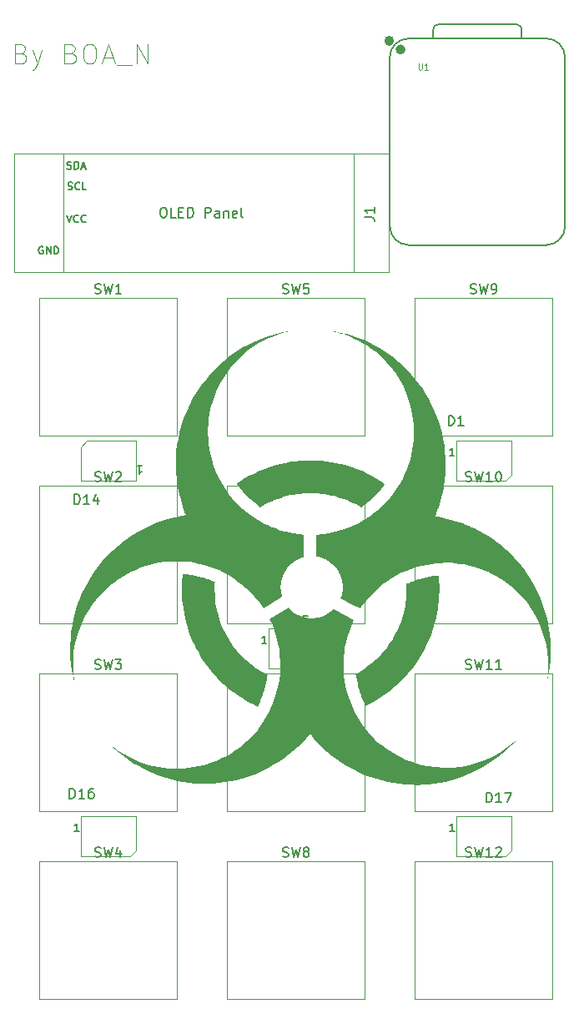
<source format=gbr>
%TF.GenerationSoftware,KiCad,Pcbnew,9.0.6*%
%TF.CreationDate,2026-01-12T21:07:24-05:00*%
%TF.ProjectId,BioPad,42696f50-6164-42e6-9b69-6361645f7063,rev?*%
%TF.SameCoordinates,Original*%
%TF.FileFunction,Legend,Top*%
%TF.FilePolarity,Positive*%
%FSLAX46Y46*%
G04 Gerber Fmt 4.6, Leading zero omitted, Abs format (unit mm)*
G04 Created by KiCad (PCBNEW 9.0.6) date 2026-01-12 21:07:24*
%MOMM*%
%LPD*%
G01*
G04 APERTURE LIST*
%ADD10C,0.000000*%
%ADD11C,0.100000*%
%ADD12C,0.150000*%
%ADD13C,0.101600*%
%ADD14C,0.120000*%
%ADD15C,0.127000*%
%ADD16C,0.504000*%
%ADD17C,0.040000*%
G04 APERTURE END LIST*
D10*
G36*
X203851210Y-90295983D02*
G01*
X204369734Y-90326650D01*
X204882711Y-90377292D01*
X205389741Y-90447527D01*
X205890423Y-90536969D01*
X206384355Y-90645235D01*
X206871137Y-90771943D01*
X207350366Y-90916707D01*
X207821642Y-91079145D01*
X208284565Y-91258872D01*
X208738732Y-91455506D01*
X209183742Y-91668661D01*
X209619195Y-91897955D01*
X210044689Y-92143004D01*
X210459823Y-92403424D01*
X210864196Y-92678832D01*
X210828479Y-92726456D01*
X210718540Y-92876959D01*
X210606043Y-93024857D01*
X210491035Y-93170151D01*
X210373562Y-93312840D01*
X210253670Y-93452924D01*
X210131407Y-93590404D01*
X210006818Y-93725279D01*
X209879950Y-93857550D01*
X209751391Y-93985186D01*
X209621670Y-94109193D01*
X209490740Y-94229667D01*
X209358554Y-94346698D01*
X209225066Y-94460381D01*
X209090229Y-94570808D01*
X208953998Y-94678072D01*
X208816325Y-94782267D01*
X208797115Y-94795103D01*
X208778179Y-94808312D01*
X208759511Y-94821893D01*
X208741104Y-94835845D01*
X208722953Y-94850170D01*
X208705052Y-94864867D01*
X208687395Y-94879936D01*
X208669976Y-94895377D01*
X208652791Y-94911190D01*
X208635831Y-94927375D01*
X208619093Y-94943932D01*
X208602570Y-94960861D01*
X208586257Y-94978163D01*
X208570147Y-94995836D01*
X208538514Y-95032299D01*
X208526049Y-95047802D01*
X208519608Y-95055879D01*
X208513213Y-95064049D01*
X208507004Y-95072219D01*
X208501120Y-95080296D01*
X208495701Y-95088187D01*
X208493209Y-95092034D01*
X208490886Y-95095799D01*
X208207172Y-94924823D01*
X207917255Y-94763277D01*
X207621350Y-94611381D01*
X207319672Y-94469357D01*
X207012436Y-94337425D01*
X206699857Y-94215806D01*
X206382151Y-94104722D01*
X206059532Y-94004393D01*
X205732216Y-93915040D01*
X205400417Y-93836884D01*
X205064351Y-93770146D01*
X204724233Y-93715047D01*
X204380278Y-93671807D01*
X204032701Y-93640648D01*
X203681717Y-93621791D01*
X203327541Y-93615456D01*
X202976296Y-93621698D01*
X202628150Y-93640276D01*
X202283318Y-93670970D01*
X201942014Y-93713559D01*
X201604455Y-93767821D01*
X201270854Y-93833536D01*
X200941428Y-93910482D01*
X200616390Y-93998440D01*
X200295957Y-94097188D01*
X199980344Y-94206505D01*
X199669765Y-94326170D01*
X199364436Y-94455963D01*
X199064572Y-94595661D01*
X198770387Y-94745046D01*
X198482098Y-94903895D01*
X198199918Y-95071987D01*
X198185548Y-95052035D01*
X198170719Y-95032362D01*
X198155436Y-95012968D01*
X198139705Y-94993853D01*
X198123533Y-94975017D01*
X198106924Y-94956460D01*
X198089885Y-94938182D01*
X198072422Y-94920183D01*
X198054540Y-94902464D01*
X198036246Y-94885023D01*
X198017545Y-94867861D01*
X197998442Y-94850978D01*
X197978944Y-94834374D01*
X197959057Y-94818049D01*
X197938786Y-94802004D01*
X197918137Y-94786237D01*
X197767999Y-94673500D01*
X197621163Y-94558530D01*
X197477582Y-94441328D01*
X197337211Y-94321893D01*
X197200003Y-94200226D01*
X197065910Y-94076326D01*
X196934887Y-93950194D01*
X196806887Y-93821830D01*
X196680205Y-93689567D01*
X196556174Y-93554746D01*
X196434840Y-93417414D01*
X196316251Y-93277616D01*
X196200452Y-93135400D01*
X196087490Y-92990812D01*
X195977411Y-92843898D01*
X195870263Y-92694706D01*
X195834543Y-92647081D01*
X196237292Y-92375301D01*
X196650547Y-92118316D01*
X197073928Y-91876504D01*
X197507060Y-91650244D01*
X197949563Y-91439913D01*
X198401059Y-91245889D01*
X198861171Y-91068550D01*
X199329522Y-90908274D01*
X199805732Y-90765438D01*
X200289424Y-90640422D01*
X200780221Y-90533602D01*
X201277743Y-90445356D01*
X201781615Y-90376063D01*
X202291457Y-90326100D01*
X202806891Y-90295845D01*
X203327541Y-90285676D01*
X203851210Y-90295983D01*
G37*
G36*
X216341941Y-102141021D02*
G01*
X216356452Y-102312786D01*
X216368731Y-102485016D01*
X216378777Y-102657758D01*
X216386590Y-102831058D01*
X216392171Y-103004962D01*
X216395520Y-103179517D01*
X216396636Y-103354770D01*
X216361054Y-104326713D01*
X216255971Y-105279319D01*
X216083879Y-106210090D01*
X215847275Y-107116525D01*
X215548650Y-107996124D01*
X215190501Y-108846388D01*
X214775320Y-109664817D01*
X214305601Y-110448910D01*
X213783839Y-111196169D01*
X213212528Y-111904093D01*
X212594162Y-112570182D01*
X211931234Y-113191937D01*
X211226239Y-113766857D01*
X210481671Y-114292443D01*
X209700023Y-114766194D01*
X208883790Y-115185612D01*
X208852042Y-115114175D01*
X208772039Y-114948239D01*
X208695710Y-114780862D01*
X208623009Y-114612089D01*
X208553889Y-114441967D01*
X208488303Y-114270543D01*
X208426206Y-114097864D01*
X208367550Y-113923975D01*
X208312290Y-113748924D01*
X208260564Y-113574058D01*
X208212513Y-113397751D01*
X208168090Y-113220049D01*
X208127247Y-113040998D01*
X208089939Y-112860645D01*
X208056120Y-112679036D01*
X208025742Y-112496217D01*
X207998759Y-112312235D01*
X207993744Y-112278004D01*
X207987659Y-112243773D01*
X207980552Y-112209543D01*
X207972467Y-112175312D01*
X207963452Y-112141082D01*
X207953553Y-112106852D01*
X207942817Y-112072621D01*
X207931290Y-112038390D01*
X207899541Y-111959016D01*
X208185350Y-111800699D01*
X208465189Y-111633214D01*
X208738854Y-111456762D01*
X209006141Y-111271547D01*
X209266847Y-111077772D01*
X209520768Y-110875638D01*
X209767702Y-110665350D01*
X210007444Y-110447109D01*
X210239791Y-110221119D01*
X210464540Y-109987582D01*
X210681487Y-109746701D01*
X210890429Y-109498679D01*
X211091162Y-109243718D01*
X211283482Y-108982021D01*
X211467187Y-108713791D01*
X211642073Y-108439231D01*
X211807936Y-108158544D01*
X211964573Y-107871931D01*
X212111780Y-107579597D01*
X212249354Y-107281743D01*
X212377091Y-106978573D01*
X212494788Y-106670289D01*
X212602242Y-106357094D01*
X212699248Y-106039191D01*
X212785605Y-105716782D01*
X212861107Y-105390070D01*
X212925551Y-105059259D01*
X212978735Y-104724550D01*
X213020455Y-104386146D01*
X213050506Y-104044251D01*
X213068686Y-103699067D01*
X213074791Y-103350796D01*
X213073985Y-103210898D01*
X213071318Y-103071000D01*
X213066418Y-102931101D01*
X213058915Y-102791203D01*
X213102246Y-102784668D01*
X213145855Y-102776878D01*
X213189651Y-102767692D01*
X213233539Y-102756972D01*
X213277428Y-102744578D01*
X213321223Y-102730370D01*
X213343057Y-102722542D01*
X213364833Y-102714208D01*
X213386539Y-102705351D01*
X213408163Y-102695954D01*
X213572037Y-102627314D01*
X213739119Y-102561325D01*
X213909271Y-102498035D01*
X214082354Y-102437488D01*
X214258227Y-102379732D01*
X214436751Y-102324813D01*
X214617787Y-102272778D01*
X214801195Y-102223673D01*
X214979401Y-102179567D01*
X215156770Y-102139461D01*
X215333209Y-102103262D01*
X215508624Y-102070876D01*
X215682924Y-102042211D01*
X215856014Y-102017174D01*
X216027803Y-101995672D01*
X216198196Y-101977611D01*
X216205683Y-101978264D01*
X216213257Y-101978736D01*
X216220913Y-101979034D01*
X216228644Y-101979163D01*
X216244310Y-101978938D01*
X216260208Y-101978109D01*
X216276292Y-101976722D01*
X216292516Y-101974822D01*
X216308833Y-101972458D01*
X216325197Y-101969675D01*
X216341941Y-102141021D01*
G37*
G36*
X201211955Y-105376747D02*
G01*
X201328647Y-105487904D01*
X201450908Y-105593004D01*
X201578500Y-105691807D01*
X201711184Y-105784075D01*
X201848723Y-105869571D01*
X201990879Y-105948056D01*
X202137411Y-106019291D01*
X202288083Y-106083038D01*
X202442656Y-106139059D01*
X202600892Y-106187115D01*
X202762552Y-106226968D01*
X202927397Y-106258380D01*
X203095190Y-106281112D01*
X203265693Y-106294926D01*
X203438666Y-106299584D01*
X203599181Y-106295569D01*
X203757639Y-106283647D01*
X203913840Y-106264005D01*
X204067589Y-106236828D01*
X204218686Y-106202303D01*
X204366935Y-106160615D01*
X204512137Y-106111951D01*
X204654096Y-106056497D01*
X204792613Y-105994439D01*
X204927490Y-105925963D01*
X205058531Y-105851254D01*
X205185537Y-105770499D01*
X205308310Y-105683884D01*
X205426654Y-105591596D01*
X205540370Y-105493819D01*
X205649261Y-105390740D01*
X205823886Y-105493928D01*
X207732852Y-106462305D01*
X207518098Y-106922330D01*
X207327618Y-107388072D01*
X207161200Y-107858738D01*
X207018633Y-108333531D01*
X206899704Y-108811659D01*
X206804201Y-109292326D01*
X206731911Y-109774739D01*
X206682623Y-110258103D01*
X206656125Y-110741625D01*
X206652203Y-111224509D01*
X206670646Y-111705961D01*
X206711242Y-112185187D01*
X206773779Y-112661394D01*
X206858044Y-113133786D01*
X206963824Y-113601569D01*
X207090909Y-114063949D01*
X207239086Y-114520132D01*
X207408142Y-114969323D01*
X207597865Y-115410728D01*
X207808044Y-115843554D01*
X208038465Y-116267004D01*
X208288918Y-116680286D01*
X208559188Y-117082606D01*
X208849066Y-117473167D01*
X209158337Y-117851178D01*
X209486790Y-118215842D01*
X209834213Y-118566366D01*
X210200394Y-118901956D01*
X210585120Y-119221817D01*
X210988179Y-119525156D01*
X211409359Y-119811176D01*
X211848448Y-120079086D01*
X212245659Y-120296852D01*
X212648143Y-120495579D01*
X213055360Y-120675412D01*
X213466768Y-120836496D01*
X214299996Y-121102998D01*
X215143502Y-121296250D01*
X215992962Y-121417412D01*
X216844049Y-121467649D01*
X217692439Y-121448123D01*
X218533806Y-121359996D01*
X219363825Y-121204432D01*
X220178171Y-120982592D01*
X220972517Y-120695641D01*
X221742540Y-120344740D01*
X222483913Y-119931052D01*
X223192311Y-119455740D01*
X223863409Y-118919967D01*
X224492882Y-118324895D01*
X224091371Y-118783551D01*
X223672465Y-119221008D01*
X223236998Y-119637044D01*
X222785808Y-120031434D01*
X222319728Y-120403957D01*
X221839596Y-120754389D01*
X221346246Y-121082507D01*
X220840515Y-121388088D01*
X220323239Y-121670908D01*
X219795252Y-121930745D01*
X219257390Y-122167376D01*
X218710490Y-122380577D01*
X218155387Y-122570126D01*
X217592917Y-122735799D01*
X217023915Y-122877373D01*
X216449218Y-122994625D01*
X215869660Y-123087332D01*
X215286078Y-123155271D01*
X214699306Y-123198219D01*
X214110182Y-123215952D01*
X213519541Y-123208248D01*
X212928218Y-123174884D01*
X212337049Y-123115636D01*
X211746870Y-123030281D01*
X211158516Y-122918597D01*
X210572823Y-122780359D01*
X209990627Y-122615346D01*
X209412764Y-122423334D01*
X208840069Y-122204099D01*
X208273379Y-121957419D01*
X207713527Y-121683071D01*
X207161352Y-121380831D01*
X206873934Y-121210397D01*
X206592139Y-121034039D01*
X206316006Y-120851878D01*
X206045576Y-120664038D01*
X205780890Y-120470640D01*
X205521988Y-120271806D01*
X205268911Y-120067659D01*
X205021701Y-119858320D01*
X204780397Y-119643911D01*
X204545040Y-119424555D01*
X204315671Y-119200374D01*
X204092331Y-118971490D01*
X203875061Y-118738024D01*
X203663900Y-118500099D01*
X203458890Y-118257838D01*
X203260072Y-118011362D01*
X202860764Y-118483945D01*
X202443280Y-118934902D01*
X202008487Y-119364000D01*
X201557253Y-119771006D01*
X201090448Y-120155688D01*
X200608940Y-120517813D01*
X200113597Y-120857149D01*
X199605287Y-121173463D01*
X199084879Y-121466523D01*
X198553242Y-121736095D01*
X198011243Y-121981949D01*
X197459751Y-122203850D01*
X196899635Y-122401566D01*
X196331763Y-122574866D01*
X195757003Y-122723516D01*
X195176224Y-122847284D01*
X194590294Y-122945936D01*
X194000081Y-123019242D01*
X193406455Y-123066968D01*
X192810283Y-123088881D01*
X192212434Y-123084750D01*
X191613776Y-123054341D01*
X191015177Y-122997422D01*
X190417506Y-122913760D01*
X189821632Y-122803124D01*
X189228423Y-122665279D01*
X188638747Y-122499995D01*
X188053472Y-122307038D01*
X187473468Y-122086175D01*
X186899602Y-121837175D01*
X186332743Y-121559804D01*
X185773759Y-121253830D01*
X185371396Y-121012613D01*
X184980009Y-120759535D01*
X184599784Y-120495017D01*
X184230907Y-120219475D01*
X183873565Y-119933330D01*
X183527943Y-119636999D01*
X183194227Y-119330901D01*
X182872603Y-119015455D01*
X183057886Y-119171344D01*
X183247588Y-119323467D01*
X183441661Y-119471776D01*
X183640060Y-119616224D01*
X183842738Y-119756767D01*
X184049647Y-119893355D01*
X184260743Y-120025945D01*
X184475978Y-120154488D01*
X184951357Y-120413315D01*
X185434064Y-120645248D01*
X185923197Y-120850530D01*
X186417852Y-121029404D01*
X186917126Y-121182114D01*
X187420115Y-121308903D01*
X187925917Y-121410015D01*
X188433628Y-121485694D01*
X188942345Y-121536182D01*
X189451164Y-121561723D01*
X189959182Y-121562561D01*
X190465496Y-121538939D01*
X190969203Y-121491100D01*
X191469399Y-121419288D01*
X191965181Y-121323747D01*
X192455646Y-121204719D01*
X192939890Y-121062448D01*
X193417010Y-120897178D01*
X193886104Y-120709153D01*
X194346266Y-120498615D01*
X194796596Y-120265807D01*
X195236188Y-120010975D01*
X195664140Y-119734360D01*
X196079548Y-119436207D01*
X196481509Y-119116758D01*
X196869121Y-118776258D01*
X197241479Y-118414949D01*
X197597680Y-118033075D01*
X197936821Y-117630880D01*
X198257999Y-117208607D01*
X198560310Y-116766500D01*
X198842851Y-116304801D01*
X199161842Y-115710017D01*
X199438986Y-115104076D01*
X199674760Y-114488752D01*
X199869642Y-113865818D01*
X200024107Y-113237047D01*
X200138633Y-112604213D01*
X200213697Y-111969088D01*
X200249774Y-111333446D01*
X200247342Y-110699060D01*
X200206877Y-110067702D01*
X200128857Y-109441147D01*
X200013757Y-108821167D01*
X199862055Y-108209535D01*
X199674228Y-107608024D01*
X199450751Y-107018409D01*
X199192102Y-106442460D01*
X201101071Y-105259771D01*
X201211955Y-105376747D01*
G37*
G36*
X205731237Y-77201120D02*
G01*
X206347311Y-77324689D01*
X206953089Y-77475496D01*
X207547901Y-77652867D01*
X208131073Y-77856132D01*
X208701935Y-78084620D01*
X209259815Y-78337658D01*
X209804042Y-78614576D01*
X210333944Y-78914701D01*
X210848850Y-79237363D01*
X211348088Y-79581890D01*
X211830988Y-79947611D01*
X212296876Y-80333853D01*
X212745083Y-80739946D01*
X213174936Y-81165218D01*
X213585764Y-81608998D01*
X213976895Y-82070613D01*
X214347659Y-82549394D01*
X214697383Y-83044667D01*
X215025397Y-83555762D01*
X215331028Y-84082008D01*
X215613605Y-84622732D01*
X215872457Y-85177264D01*
X216106912Y-85744931D01*
X216316298Y-86325063D01*
X216499946Y-86916987D01*
X216657182Y-87520033D01*
X216787335Y-88133529D01*
X216889734Y-88756804D01*
X216963708Y-89389185D01*
X217008584Y-90030002D01*
X217023692Y-90678583D01*
X217019291Y-91029521D01*
X217006151Y-91378308D01*
X216984372Y-91724839D01*
X216954053Y-92069010D01*
X216915293Y-92410716D01*
X216868190Y-92749852D01*
X216812844Y-93086315D01*
X216749353Y-93419998D01*
X216677815Y-93750797D01*
X216598331Y-94078609D01*
X216510998Y-94403328D01*
X216415915Y-94724849D01*
X216313182Y-95043068D01*
X216202897Y-95357880D01*
X216085159Y-95669181D01*
X215960067Y-95976866D01*
X216273887Y-96025939D01*
X216587208Y-96082402D01*
X216899900Y-96146294D01*
X217211836Y-96217657D01*
X217522889Y-96296531D01*
X217832930Y-96382957D01*
X218141832Y-96476975D01*
X218449466Y-96578627D01*
X218755705Y-96687953D01*
X219060421Y-96804993D01*
X219363486Y-96929788D01*
X219664771Y-97062380D01*
X219964150Y-97202808D01*
X220261494Y-97351114D01*
X220556676Y-97507338D01*
X220849567Y-97671521D01*
X221348785Y-97973822D01*
X221830570Y-98293896D01*
X222294741Y-98631077D01*
X222741118Y-98984697D01*
X223169523Y-99354089D01*
X223579775Y-99738587D01*
X223971696Y-100137523D01*
X224345105Y-100550229D01*
X224699824Y-100976040D01*
X225035672Y-101414287D01*
X225352471Y-101864304D01*
X225650040Y-102325424D01*
X225928201Y-102796978D01*
X226186774Y-103278301D01*
X226425579Y-103768726D01*
X226644437Y-104267584D01*
X226843168Y-104774209D01*
X227021593Y-105287935D01*
X227179532Y-105808093D01*
X227316806Y-106334016D01*
X227433236Y-106865038D01*
X227528641Y-107400492D01*
X227602843Y-107939710D01*
X227655662Y-108482025D01*
X227686918Y-109026770D01*
X227696432Y-109573278D01*
X227684024Y-110120882D01*
X227649516Y-110668914D01*
X227592726Y-111216709D01*
X227513477Y-111763597D01*
X227411588Y-112308914D01*
X227286880Y-112851990D01*
X227392561Y-112068142D01*
X227437855Y-111283055D01*
X227423677Y-110500142D01*
X227350939Y-109722816D01*
X227220552Y-108954490D01*
X227033431Y-108198576D01*
X226790487Y-107458486D01*
X226492635Y-106737634D01*
X226140785Y-106039431D01*
X225735851Y-105367291D01*
X225278746Y-104724626D01*
X224770383Y-104114849D01*
X224211674Y-103541371D01*
X223603532Y-103007607D01*
X222946869Y-102516967D01*
X222242599Y-102072866D01*
X221790248Y-101826287D01*
X221331159Y-101604332D01*
X220866128Y-101406786D01*
X220395952Y-101233437D01*
X219921428Y-101084072D01*
X219443352Y-100958478D01*
X218962520Y-100856442D01*
X218479728Y-100777752D01*
X217995774Y-100722193D01*
X217511454Y-100689554D01*
X217027564Y-100679622D01*
X216544901Y-100692183D01*
X216064261Y-100727025D01*
X215586440Y-100783934D01*
X215112235Y-100862698D01*
X214642443Y-100963104D01*
X214177860Y-101084939D01*
X213719283Y-101227990D01*
X213267507Y-101392044D01*
X212823330Y-101576889D01*
X212387547Y-101782310D01*
X211960956Y-102008096D01*
X211544353Y-102254033D01*
X211138534Y-102519908D01*
X210744296Y-102805509D01*
X210362434Y-103110623D01*
X209993747Y-103435037D01*
X209639029Y-103778537D01*
X209299079Y-104140911D01*
X208974691Y-104521946D01*
X208666662Y-104921429D01*
X208375790Y-105339147D01*
X207653476Y-104970055D01*
X206363633Y-104307270D01*
X206389674Y-104239884D01*
X206414204Y-104171690D01*
X206437198Y-104102716D01*
X206458635Y-104032993D01*
X206478491Y-103962548D01*
X206496741Y-103891412D01*
X206513364Y-103819613D01*
X206528336Y-103747181D01*
X206541634Y-103674143D01*
X206553234Y-103600531D01*
X206563113Y-103526371D01*
X206571248Y-103451695D01*
X206577616Y-103376530D01*
X206582193Y-103300906D01*
X206584956Y-103224851D01*
X206585883Y-103148396D01*
X206582535Y-103001882D01*
X206572591Y-102857117D01*
X206556196Y-102714244D01*
X206533498Y-102573408D01*
X206504644Y-102434751D01*
X206469779Y-102298419D01*
X206429052Y-102164554D01*
X206382608Y-102033301D01*
X206330595Y-101904804D01*
X206273159Y-101779206D01*
X206210448Y-101656652D01*
X206142607Y-101537285D01*
X206069784Y-101421249D01*
X205992126Y-101308688D01*
X205909779Y-101199747D01*
X205822890Y-101094568D01*
X205731606Y-100993296D01*
X205636074Y-100896074D01*
X205536441Y-100803047D01*
X205432852Y-100714358D01*
X205325456Y-100630152D01*
X205214399Y-100550572D01*
X205099827Y-100475762D01*
X204981888Y-100405866D01*
X204860728Y-100341027D01*
X204736494Y-100281391D01*
X204609333Y-100227100D01*
X204479391Y-100178298D01*
X204346817Y-100135130D01*
X204211755Y-100097739D01*
X204074353Y-100066269D01*
X203934759Y-100040864D01*
X203934759Y-97822333D01*
X204569621Y-97767301D01*
X205199014Y-97673970D01*
X205821093Y-97542827D01*
X206434015Y-97374360D01*
X207035939Y-97169059D01*
X207625020Y-96927411D01*
X208199416Y-96649905D01*
X208757283Y-96337028D01*
X209296780Y-95989271D01*
X209816063Y-95607120D01*
X210313290Y-95191064D01*
X210786616Y-94741591D01*
X211234200Y-94259190D01*
X211654199Y-93744350D01*
X212044769Y-93197558D01*
X212404067Y-92619302D01*
X212660778Y-92147306D01*
X212890823Y-91668044D01*
X213094442Y-91182414D01*
X213271875Y-90691311D01*
X213423362Y-90195634D01*
X213549143Y-89696277D01*
X213649457Y-89194139D01*
X213724545Y-88690116D01*
X213774646Y-88185104D01*
X213800000Y-87680001D01*
X213800846Y-87175703D01*
X213777425Y-86673107D01*
X213729977Y-86173110D01*
X213658741Y-85676608D01*
X213563957Y-85184498D01*
X213445864Y-84697677D01*
X213304703Y-84217042D01*
X213140714Y-83743489D01*
X212954136Y-83277916D01*
X212745209Y-82821218D01*
X212514173Y-82374293D01*
X212261268Y-81938038D01*
X211986733Y-81513348D01*
X211690809Y-81101122D01*
X211373735Y-80702255D01*
X211035751Y-80317644D01*
X210677096Y-79948187D01*
X210298011Y-79594779D01*
X209898736Y-79258319D01*
X209479510Y-78939701D01*
X209040573Y-78639824D01*
X208582164Y-78359584D01*
X208373770Y-78242424D01*
X208163864Y-78130543D01*
X207952516Y-78023918D01*
X207739797Y-77922525D01*
X207525775Y-77826341D01*
X207310520Y-77735343D01*
X207094103Y-77649507D01*
X206876593Y-77568810D01*
X206658060Y-77493230D01*
X206438573Y-77422742D01*
X206218203Y-77357323D01*
X205997019Y-77296951D01*
X205775090Y-77241601D01*
X205552487Y-77191252D01*
X205329280Y-77145879D01*
X205105538Y-77105459D01*
X205731237Y-77201120D01*
G37*
G36*
X201237940Y-77178726D02*
G01*
X200679082Y-77310484D01*
X200128318Y-77472588D01*
X199586994Y-77664679D01*
X199056460Y-77886397D01*
X198538066Y-78137379D01*
X198033158Y-78417267D01*
X197543088Y-78725700D01*
X197069202Y-79062317D01*
X196612850Y-79426758D01*
X196175380Y-79818662D01*
X195758142Y-80237670D01*
X195362484Y-80683420D01*
X194989755Y-81155552D01*
X194641304Y-81653705D01*
X194318478Y-82177520D01*
X194061768Y-82649516D01*
X193831723Y-83128778D01*
X193628104Y-83614408D01*
X193450671Y-84105511D01*
X193299184Y-84601189D01*
X193173403Y-85100545D01*
X193073088Y-85602683D01*
X192998000Y-86106706D01*
X192947900Y-86611718D01*
X192922546Y-87116821D01*
X192921699Y-87621119D01*
X192945120Y-88123715D01*
X192992568Y-88623712D01*
X193063804Y-89120214D01*
X193158589Y-89612324D01*
X193276681Y-90099145D01*
X193417842Y-90579780D01*
X193581831Y-91053332D01*
X193768409Y-91518906D01*
X193977336Y-91975604D01*
X194208372Y-92422529D01*
X194461277Y-92858784D01*
X194735812Y-93283474D01*
X195031737Y-93695700D01*
X195348811Y-94094567D01*
X195686796Y-94479178D01*
X196045450Y-94848635D01*
X196424536Y-95202042D01*
X196823811Y-95538503D01*
X197243038Y-95857121D01*
X197681976Y-96156998D01*
X198140385Y-96437239D01*
X198408895Y-96587566D01*
X198680010Y-96729027D01*
X198953544Y-96861687D01*
X199229310Y-96985609D01*
X199507123Y-97100856D01*
X199786795Y-97207494D01*
X200068143Y-97305586D01*
X200350978Y-97395196D01*
X200635116Y-97476388D01*
X200920370Y-97549225D01*
X201206554Y-97613772D01*
X201493482Y-97670094D01*
X201780969Y-97718252D01*
X202068827Y-97758313D01*
X202356872Y-97790339D01*
X202644916Y-97814395D01*
X202644916Y-100104363D01*
X202519084Y-100139679D01*
X202395417Y-100180059D01*
X202274037Y-100225386D01*
X202155063Y-100275539D01*
X202038614Y-100330398D01*
X201924812Y-100389843D01*
X201813776Y-100453755D01*
X201705625Y-100522013D01*
X201600480Y-100594497D01*
X201498460Y-100671088D01*
X201399686Y-100751665D01*
X201304277Y-100836110D01*
X201212354Y-100924301D01*
X201124035Y-101016119D01*
X201039442Y-101111444D01*
X200958694Y-101210157D01*
X200881910Y-101312136D01*
X200809212Y-101417263D01*
X200740718Y-101525417D01*
X200676548Y-101636479D01*
X200616823Y-101750329D01*
X200561663Y-101866846D01*
X200511187Y-101985911D01*
X200465515Y-102107403D01*
X200424767Y-102231204D01*
X200389063Y-102357193D01*
X200358523Y-102485250D01*
X200333267Y-102615255D01*
X200313415Y-102747089D01*
X200299086Y-102880631D01*
X200290401Y-103015762D01*
X200287479Y-103152361D01*
X200288173Y-103217005D01*
X200290238Y-103281439D01*
X200298393Y-103409587D01*
X200311756Y-103536618D01*
X200330142Y-103662347D01*
X200353366Y-103786588D01*
X200381240Y-103909154D01*
X200413579Y-104029861D01*
X200450197Y-104148521D01*
X198557103Y-105319300D01*
X198388888Y-105068417D01*
X198213186Y-104821912D01*
X198030042Y-104579976D01*
X197839504Y-104342801D01*
X197641617Y-104110580D01*
X197436428Y-103883504D01*
X197223983Y-103661765D01*
X197004330Y-103445554D01*
X196777515Y-103235064D01*
X196543583Y-103030487D01*
X196302582Y-102832014D01*
X196054559Y-102639837D01*
X195799559Y-102454147D01*
X195537629Y-102275138D01*
X195268816Y-102103000D01*
X194993166Y-101937926D01*
X194517788Y-101679099D01*
X194035080Y-101447166D01*
X193545948Y-101241884D01*
X193051293Y-101063010D01*
X192552019Y-100910300D01*
X192049029Y-100783510D01*
X191543227Y-100682398D01*
X191035516Y-100606720D01*
X190526800Y-100556232D01*
X190017981Y-100530690D01*
X189509962Y-100529853D01*
X189003648Y-100553475D01*
X188499941Y-100601313D01*
X187999745Y-100673125D01*
X187503963Y-100768667D01*
X187013498Y-100887694D01*
X186529254Y-101029965D01*
X186052134Y-101195235D01*
X185583040Y-101383260D01*
X185122878Y-101593799D01*
X184672548Y-101826606D01*
X184232956Y-102081438D01*
X183805004Y-102358053D01*
X183389596Y-102656207D01*
X182987634Y-102975655D01*
X182600023Y-103316156D01*
X182227665Y-103677464D01*
X181871464Y-104059338D01*
X181532322Y-104461533D01*
X181211144Y-104883806D01*
X180908833Y-105325914D01*
X180626291Y-105787612D01*
X180395115Y-106208970D01*
X180185163Y-106636204D01*
X179996269Y-107068683D01*
X179828263Y-107505772D01*
X179680976Y-107946837D01*
X179554241Y-108391245D01*
X179447888Y-108838362D01*
X179361749Y-109287554D01*
X179295655Y-109738188D01*
X179249438Y-110189630D01*
X179222929Y-110641247D01*
X179215959Y-111092404D01*
X179228360Y-111542469D01*
X179259964Y-111990807D01*
X179310601Y-112436784D01*
X179380104Y-112879768D01*
X179229143Y-112244976D01*
X179108361Y-111603429D01*
X179018077Y-110956277D01*
X178958610Y-110304672D01*
X178930282Y-109649764D01*
X178933410Y-108992706D01*
X178968316Y-108334647D01*
X179035319Y-107676740D01*
X179134738Y-107020135D01*
X179266894Y-106365983D01*
X179432106Y-105715435D01*
X179630693Y-105069643D01*
X179862977Y-104429757D01*
X180129275Y-103796929D01*
X180429909Y-103172310D01*
X180765198Y-102557051D01*
X181192035Y-101865500D01*
X181652795Y-101208017D01*
X182145680Y-100585090D01*
X182668895Y-99997207D01*
X183220644Y-99444857D01*
X183799129Y-98928528D01*
X184402554Y-98448708D01*
X185029123Y-98005886D01*
X185677040Y-97600550D01*
X186344508Y-97233189D01*
X187029731Y-96904291D01*
X187730912Y-96614343D01*
X188446255Y-96363835D01*
X189173963Y-96153255D01*
X189912241Y-95983091D01*
X190659291Y-95853832D01*
X190540665Y-95552892D01*
X190428933Y-95248434D01*
X190324201Y-94940570D01*
X190226574Y-94629410D01*
X190136155Y-94315064D01*
X190053049Y-93997643D01*
X189977362Y-93677256D01*
X189909198Y-93354015D01*
X189848661Y-93028030D01*
X189795856Y-92699412D01*
X189750888Y-92368270D01*
X189713861Y-92034716D01*
X189684880Y-91698860D01*
X189664050Y-91360811D01*
X189651475Y-91020682D01*
X189647261Y-90678582D01*
X189662725Y-90022273D01*
X189708655Y-89373916D01*
X189784355Y-88734209D01*
X189889129Y-88103848D01*
X190022283Y-87483529D01*
X190183120Y-86873951D01*
X190370945Y-86275809D01*
X190585064Y-85689801D01*
X190824779Y-85116624D01*
X191089396Y-84556974D01*
X191378220Y-84011549D01*
X191690554Y-83481045D01*
X192025704Y-82966159D01*
X192382974Y-82467588D01*
X192761668Y-81986030D01*
X193161092Y-81522180D01*
X193580549Y-81076736D01*
X194019345Y-80650395D01*
X194476783Y-80243853D01*
X194952169Y-79857809D01*
X195444806Y-79492957D01*
X195954000Y-79149996D01*
X196479055Y-78829622D01*
X197019275Y-78532533D01*
X197573965Y-78259424D01*
X198142430Y-78010994D01*
X198723974Y-77787939D01*
X199317902Y-77590955D01*
X199923518Y-77420740D01*
X200540127Y-77277990D01*
X201167033Y-77163404D01*
X201803541Y-77077676D01*
X201237940Y-77178726D01*
G37*
G36*
X190364441Y-101809755D02*
G01*
X190378874Y-101812227D01*
X190393121Y-101814421D01*
X190407276Y-101816382D01*
X190435677Y-101819793D01*
X190464823Y-101822833D01*
X190648982Y-101839389D01*
X190832304Y-101859294D01*
X191014696Y-101882549D01*
X191196064Y-101909152D01*
X191376317Y-101939104D01*
X191555360Y-101972404D01*
X191733101Y-102009053D01*
X191909447Y-102049051D01*
X192080972Y-102092599D01*
X192253241Y-102139960D01*
X192426253Y-102191228D01*
X192600010Y-102246496D01*
X192774511Y-102305857D01*
X192949756Y-102369404D01*
X193125745Y-102437229D01*
X193302478Y-102509427D01*
X193302478Y-102505458D01*
X193330763Y-102516992D01*
X193359094Y-102527782D01*
X193387519Y-102537827D01*
X193416083Y-102547129D01*
X193444833Y-102555687D01*
X193473816Y-102563500D01*
X193503078Y-102570570D01*
X193532666Y-102576895D01*
X193612042Y-102588800D01*
X193605151Y-102682747D01*
X193599329Y-102777067D01*
X193590709Y-102966823D01*
X193585810Y-103158067D01*
X193584260Y-103350799D01*
X193609689Y-104060327D01*
X193684812Y-104756024D01*
X193807886Y-105436153D01*
X193977166Y-106098974D01*
X194190909Y-106742750D01*
X194447370Y-107365742D01*
X194744805Y-107966212D01*
X195081471Y-108542422D01*
X195455622Y-109092634D01*
X195865516Y-109615108D01*
X196309407Y-110108108D01*
X196785553Y-110569895D01*
X197292208Y-110998730D01*
X197827629Y-111392875D01*
X198390071Y-111750593D01*
X198977792Y-112070144D01*
X198963296Y-112107545D01*
X198949638Y-112145364D01*
X198936910Y-112183648D01*
X198925205Y-112222444D01*
X198914616Y-112261799D01*
X198905237Y-112301757D01*
X198897160Y-112342367D01*
X198890478Y-112383675D01*
X198863146Y-112562268D01*
X198831815Y-112740862D01*
X198796577Y-112919456D01*
X198757525Y-113098050D01*
X198714752Y-113276643D01*
X198668352Y-113455237D01*
X198618417Y-113633831D01*
X198565040Y-113812424D01*
X198509982Y-113981507D01*
X198451993Y-114149333D01*
X198391121Y-114315765D01*
X198327412Y-114480662D01*
X198260912Y-114643885D01*
X198191668Y-114805295D01*
X198119727Y-114964751D01*
X198045134Y-115122115D01*
X198033592Y-115141469D01*
X198022748Y-115160870D01*
X198012555Y-115180364D01*
X198002967Y-115199998D01*
X197993936Y-115219818D01*
X197985417Y-115239871D01*
X197977364Y-115260203D01*
X197969729Y-115280861D01*
X197547448Y-115081544D01*
X197133609Y-114867786D01*
X196728537Y-114639912D01*
X196332558Y-114398249D01*
X195945996Y-114143121D01*
X195569178Y-113874854D01*
X195202429Y-113593775D01*
X194846075Y-113300207D01*
X194500441Y-112994478D01*
X194165853Y-112676912D01*
X193842636Y-112347835D01*
X193531116Y-112007573D01*
X193231619Y-111656451D01*
X192944470Y-111294795D01*
X192669994Y-110922930D01*
X192408518Y-110541182D01*
X192160366Y-110149876D01*
X191925865Y-109749339D01*
X191705340Y-109339895D01*
X191499116Y-108921870D01*
X191307519Y-108495590D01*
X191130875Y-108061380D01*
X190969509Y-107619566D01*
X190823746Y-107170474D01*
X190693913Y-106714428D01*
X190580335Y-106251755D01*
X190483337Y-105782780D01*
X190403245Y-105307828D01*
X190340384Y-104827226D01*
X190295081Y-104341299D01*
X190267660Y-103850371D01*
X190258447Y-103354770D01*
X190259928Y-103158689D01*
X190264338Y-102963352D01*
X190271633Y-102768759D01*
X190281764Y-102574910D01*
X190294685Y-102381805D01*
X190310351Y-102189445D01*
X190328714Y-101997829D01*
X190349728Y-101806957D01*
X190364441Y-101809755D01*
G37*
D11*
X173958646Y-48982419D02*
X174244360Y-49077657D01*
X174244360Y-49077657D02*
X174339598Y-49172895D01*
X174339598Y-49172895D02*
X174434836Y-49363371D01*
X174434836Y-49363371D02*
X174434836Y-49649085D01*
X174434836Y-49649085D02*
X174339598Y-49839561D01*
X174339598Y-49839561D02*
X174244360Y-49934800D01*
X174244360Y-49934800D02*
X174053884Y-50030038D01*
X174053884Y-50030038D02*
X173291979Y-50030038D01*
X173291979Y-50030038D02*
X173291979Y-48030038D01*
X173291979Y-48030038D02*
X173958646Y-48030038D01*
X173958646Y-48030038D02*
X174149122Y-48125276D01*
X174149122Y-48125276D02*
X174244360Y-48220514D01*
X174244360Y-48220514D02*
X174339598Y-48410990D01*
X174339598Y-48410990D02*
X174339598Y-48601466D01*
X174339598Y-48601466D02*
X174244360Y-48791942D01*
X174244360Y-48791942D02*
X174149122Y-48887180D01*
X174149122Y-48887180D02*
X173958646Y-48982419D01*
X173958646Y-48982419D02*
X173291979Y-48982419D01*
X175101503Y-48696704D02*
X175577693Y-50030038D01*
X176053884Y-48696704D02*
X175577693Y-50030038D01*
X175577693Y-50030038D02*
X175387217Y-50506228D01*
X175387217Y-50506228D02*
X175291979Y-50601466D01*
X175291979Y-50601466D02*
X175101503Y-50696704D01*
X179006266Y-48982419D02*
X179291980Y-49077657D01*
X179291980Y-49077657D02*
X179387218Y-49172895D01*
X179387218Y-49172895D02*
X179482456Y-49363371D01*
X179482456Y-49363371D02*
X179482456Y-49649085D01*
X179482456Y-49649085D02*
X179387218Y-49839561D01*
X179387218Y-49839561D02*
X179291980Y-49934800D01*
X179291980Y-49934800D02*
X179101504Y-50030038D01*
X179101504Y-50030038D02*
X178339599Y-50030038D01*
X178339599Y-50030038D02*
X178339599Y-48030038D01*
X178339599Y-48030038D02*
X179006266Y-48030038D01*
X179006266Y-48030038D02*
X179196742Y-48125276D01*
X179196742Y-48125276D02*
X179291980Y-48220514D01*
X179291980Y-48220514D02*
X179387218Y-48410990D01*
X179387218Y-48410990D02*
X179387218Y-48601466D01*
X179387218Y-48601466D02*
X179291980Y-48791942D01*
X179291980Y-48791942D02*
X179196742Y-48887180D01*
X179196742Y-48887180D02*
X179006266Y-48982419D01*
X179006266Y-48982419D02*
X178339599Y-48982419D01*
X180720551Y-48030038D02*
X181101504Y-48030038D01*
X181101504Y-48030038D02*
X181291980Y-48125276D01*
X181291980Y-48125276D02*
X181482456Y-48315752D01*
X181482456Y-48315752D02*
X181577694Y-48696704D01*
X181577694Y-48696704D02*
X181577694Y-49363371D01*
X181577694Y-49363371D02*
X181482456Y-49744323D01*
X181482456Y-49744323D02*
X181291980Y-49934800D01*
X181291980Y-49934800D02*
X181101504Y-50030038D01*
X181101504Y-50030038D02*
X180720551Y-50030038D01*
X180720551Y-50030038D02*
X180530075Y-49934800D01*
X180530075Y-49934800D02*
X180339599Y-49744323D01*
X180339599Y-49744323D02*
X180244361Y-49363371D01*
X180244361Y-49363371D02*
X180244361Y-48696704D01*
X180244361Y-48696704D02*
X180339599Y-48315752D01*
X180339599Y-48315752D02*
X180530075Y-48125276D01*
X180530075Y-48125276D02*
X180720551Y-48030038D01*
X182339599Y-49458609D02*
X183291980Y-49458609D01*
X182149123Y-50030038D02*
X182815789Y-48030038D01*
X182815789Y-48030038D02*
X183482456Y-50030038D01*
X183672933Y-50220514D02*
X185196742Y-50220514D01*
X185672933Y-50030038D02*
X185672933Y-48030038D01*
X185672933Y-48030038D02*
X186815790Y-50030038D01*
X186815790Y-50030038D02*
X186815790Y-48030038D01*
D12*
X181441667Y-92383200D02*
X181584524Y-92430819D01*
X181584524Y-92430819D02*
X181822619Y-92430819D01*
X181822619Y-92430819D02*
X181917857Y-92383200D01*
X181917857Y-92383200D02*
X181965476Y-92335580D01*
X181965476Y-92335580D02*
X182013095Y-92240342D01*
X182013095Y-92240342D02*
X182013095Y-92145104D01*
X182013095Y-92145104D02*
X181965476Y-92049866D01*
X181965476Y-92049866D02*
X181917857Y-92002247D01*
X181917857Y-92002247D02*
X181822619Y-91954628D01*
X181822619Y-91954628D02*
X181632143Y-91907009D01*
X181632143Y-91907009D02*
X181536905Y-91859390D01*
X181536905Y-91859390D02*
X181489286Y-91811771D01*
X181489286Y-91811771D02*
X181441667Y-91716533D01*
X181441667Y-91716533D02*
X181441667Y-91621295D01*
X181441667Y-91621295D02*
X181489286Y-91526057D01*
X181489286Y-91526057D02*
X181536905Y-91478438D01*
X181536905Y-91478438D02*
X181632143Y-91430819D01*
X181632143Y-91430819D02*
X181870238Y-91430819D01*
X181870238Y-91430819D02*
X182013095Y-91478438D01*
X182346429Y-91430819D02*
X182584524Y-92430819D01*
X182584524Y-92430819D02*
X182775000Y-91716533D01*
X182775000Y-91716533D02*
X182965476Y-92430819D01*
X182965476Y-92430819D02*
X183203572Y-91430819D01*
X183536905Y-91526057D02*
X183584524Y-91478438D01*
X183584524Y-91478438D02*
X183679762Y-91430819D01*
X183679762Y-91430819D02*
X183917857Y-91430819D01*
X183917857Y-91430819D02*
X184013095Y-91478438D01*
X184013095Y-91478438D02*
X184060714Y-91526057D01*
X184060714Y-91526057D02*
X184108333Y-91621295D01*
X184108333Y-91621295D02*
X184108333Y-91716533D01*
X184108333Y-91716533D02*
X184060714Y-91859390D01*
X184060714Y-91859390D02*
X183489286Y-92430819D01*
X183489286Y-92430819D02*
X184108333Y-92430819D01*
X181441667Y-73333200D02*
X181584524Y-73380819D01*
X181584524Y-73380819D02*
X181822619Y-73380819D01*
X181822619Y-73380819D02*
X181917857Y-73333200D01*
X181917857Y-73333200D02*
X181965476Y-73285580D01*
X181965476Y-73285580D02*
X182013095Y-73190342D01*
X182013095Y-73190342D02*
X182013095Y-73095104D01*
X182013095Y-73095104D02*
X181965476Y-72999866D01*
X181965476Y-72999866D02*
X181917857Y-72952247D01*
X181917857Y-72952247D02*
X181822619Y-72904628D01*
X181822619Y-72904628D02*
X181632143Y-72857009D01*
X181632143Y-72857009D02*
X181536905Y-72809390D01*
X181536905Y-72809390D02*
X181489286Y-72761771D01*
X181489286Y-72761771D02*
X181441667Y-72666533D01*
X181441667Y-72666533D02*
X181441667Y-72571295D01*
X181441667Y-72571295D02*
X181489286Y-72476057D01*
X181489286Y-72476057D02*
X181536905Y-72428438D01*
X181536905Y-72428438D02*
X181632143Y-72380819D01*
X181632143Y-72380819D02*
X181870238Y-72380819D01*
X181870238Y-72380819D02*
X182013095Y-72428438D01*
X182346429Y-72380819D02*
X182584524Y-73380819D01*
X182584524Y-73380819D02*
X182775000Y-72666533D01*
X182775000Y-72666533D02*
X182965476Y-73380819D01*
X182965476Y-73380819D02*
X183203572Y-72380819D01*
X184108333Y-73380819D02*
X183536905Y-73380819D01*
X183822619Y-73380819D02*
X183822619Y-72380819D01*
X183822619Y-72380819D02*
X183727381Y-72523676D01*
X183727381Y-72523676D02*
X183632143Y-72618914D01*
X183632143Y-72618914D02*
X183536905Y-72666533D01*
X178864714Y-124579819D02*
X178864714Y-123579819D01*
X178864714Y-123579819D02*
X179102809Y-123579819D01*
X179102809Y-123579819D02*
X179245666Y-123627438D01*
X179245666Y-123627438D02*
X179340904Y-123722676D01*
X179340904Y-123722676D02*
X179388523Y-123817914D01*
X179388523Y-123817914D02*
X179436142Y-124008390D01*
X179436142Y-124008390D02*
X179436142Y-124151247D01*
X179436142Y-124151247D02*
X179388523Y-124341723D01*
X179388523Y-124341723D02*
X179340904Y-124436961D01*
X179340904Y-124436961D02*
X179245666Y-124532200D01*
X179245666Y-124532200D02*
X179102809Y-124579819D01*
X179102809Y-124579819D02*
X178864714Y-124579819D01*
X180388523Y-124579819D02*
X179817095Y-124579819D01*
X180102809Y-124579819D02*
X180102809Y-123579819D01*
X180102809Y-123579819D02*
X180007571Y-123722676D01*
X180007571Y-123722676D02*
X179912333Y-123817914D01*
X179912333Y-123817914D02*
X179817095Y-123865533D01*
X181245666Y-123579819D02*
X181055190Y-123579819D01*
X181055190Y-123579819D02*
X180959952Y-123627438D01*
X180959952Y-123627438D02*
X180912333Y-123675057D01*
X180912333Y-123675057D02*
X180817095Y-123817914D01*
X180817095Y-123817914D02*
X180769476Y-124008390D01*
X180769476Y-124008390D02*
X180769476Y-124389342D01*
X180769476Y-124389342D02*
X180817095Y-124484580D01*
X180817095Y-124484580D02*
X180864714Y-124532200D01*
X180864714Y-124532200D02*
X180959952Y-124579819D01*
X180959952Y-124579819D02*
X181150428Y-124579819D01*
X181150428Y-124579819D02*
X181245666Y-124532200D01*
X181245666Y-124532200D02*
X181293285Y-124484580D01*
X181293285Y-124484580D02*
X181340904Y-124389342D01*
X181340904Y-124389342D02*
X181340904Y-124151247D01*
X181340904Y-124151247D02*
X181293285Y-124056009D01*
X181293285Y-124056009D02*
X181245666Y-124008390D01*
X181245666Y-124008390D02*
X181150428Y-123960771D01*
X181150428Y-123960771D02*
X180959952Y-123960771D01*
X180959952Y-123960771D02*
X180864714Y-124008390D01*
X180864714Y-124008390D02*
X180817095Y-124056009D01*
X180817095Y-124056009D02*
X180769476Y-124151247D01*
X179807571Y-127912295D02*
X179350428Y-127912295D01*
X179579000Y-127912295D02*
X179579000Y-127112295D01*
X179579000Y-127112295D02*
X179502809Y-127226580D01*
X179502809Y-127226580D02*
X179426619Y-127302771D01*
X179426619Y-127302771D02*
X179350428Y-127340866D01*
X221164714Y-124979819D02*
X221164714Y-123979819D01*
X221164714Y-123979819D02*
X221402809Y-123979819D01*
X221402809Y-123979819D02*
X221545666Y-124027438D01*
X221545666Y-124027438D02*
X221640904Y-124122676D01*
X221640904Y-124122676D02*
X221688523Y-124217914D01*
X221688523Y-124217914D02*
X221736142Y-124408390D01*
X221736142Y-124408390D02*
X221736142Y-124551247D01*
X221736142Y-124551247D02*
X221688523Y-124741723D01*
X221688523Y-124741723D02*
X221640904Y-124836961D01*
X221640904Y-124836961D02*
X221545666Y-124932200D01*
X221545666Y-124932200D02*
X221402809Y-124979819D01*
X221402809Y-124979819D02*
X221164714Y-124979819D01*
X222688523Y-124979819D02*
X222117095Y-124979819D01*
X222402809Y-124979819D02*
X222402809Y-123979819D01*
X222402809Y-123979819D02*
X222307571Y-124122676D01*
X222307571Y-124122676D02*
X222212333Y-124217914D01*
X222212333Y-124217914D02*
X222117095Y-124265533D01*
X223021857Y-123979819D02*
X223688523Y-123979819D01*
X223688523Y-123979819D02*
X223259952Y-124979819D01*
X217907571Y-127912295D02*
X217450428Y-127912295D01*
X217679000Y-127912295D02*
X217679000Y-127112295D01*
X217679000Y-127112295D02*
X217602809Y-127226580D01*
X217602809Y-127226580D02*
X217526619Y-127302771D01*
X217526619Y-127302771D02*
X217450428Y-127340866D01*
X179360714Y-94729819D02*
X179360714Y-93729819D01*
X179360714Y-93729819D02*
X179598809Y-93729819D01*
X179598809Y-93729819D02*
X179741666Y-93777438D01*
X179741666Y-93777438D02*
X179836904Y-93872676D01*
X179836904Y-93872676D02*
X179884523Y-93967914D01*
X179884523Y-93967914D02*
X179932142Y-94158390D01*
X179932142Y-94158390D02*
X179932142Y-94301247D01*
X179932142Y-94301247D02*
X179884523Y-94491723D01*
X179884523Y-94491723D02*
X179836904Y-94586961D01*
X179836904Y-94586961D02*
X179741666Y-94682200D01*
X179741666Y-94682200D02*
X179598809Y-94729819D01*
X179598809Y-94729819D02*
X179360714Y-94729819D01*
X180884523Y-94729819D02*
X180313095Y-94729819D01*
X180598809Y-94729819D02*
X180598809Y-93729819D01*
X180598809Y-93729819D02*
X180503571Y-93872676D01*
X180503571Y-93872676D02*
X180408333Y-93967914D01*
X180408333Y-93967914D02*
X180313095Y-94015533D01*
X181741666Y-94063152D02*
X181741666Y-94729819D01*
X181503571Y-93682200D02*
X181265476Y-94396485D01*
X181265476Y-94396485D02*
X181884523Y-94396485D01*
X185746428Y-90837704D02*
X186203571Y-90837704D01*
X185974999Y-90837704D02*
X185974999Y-91637704D01*
X185974999Y-91637704D02*
X186051190Y-91523419D01*
X186051190Y-91523419D02*
X186127380Y-91447228D01*
X186127380Y-91447228D02*
X186203571Y-91409133D01*
X200610714Y-107079819D02*
X200610714Y-106079819D01*
X200610714Y-106079819D02*
X200848809Y-106079819D01*
X200848809Y-106079819D02*
X200991666Y-106127438D01*
X200991666Y-106127438D02*
X201086904Y-106222676D01*
X201086904Y-106222676D02*
X201134523Y-106317914D01*
X201134523Y-106317914D02*
X201182142Y-106508390D01*
X201182142Y-106508390D02*
X201182142Y-106651247D01*
X201182142Y-106651247D02*
X201134523Y-106841723D01*
X201134523Y-106841723D02*
X201086904Y-106936961D01*
X201086904Y-106936961D02*
X200991666Y-107032200D01*
X200991666Y-107032200D02*
X200848809Y-107079819D01*
X200848809Y-107079819D02*
X200610714Y-107079819D01*
X202134523Y-107079819D02*
X201563095Y-107079819D01*
X201848809Y-107079819D02*
X201848809Y-106079819D01*
X201848809Y-106079819D02*
X201753571Y-106222676D01*
X201753571Y-106222676D02*
X201658333Y-106317914D01*
X201658333Y-106317914D02*
X201563095Y-106365533D01*
X203039285Y-106079819D02*
X202563095Y-106079819D01*
X202563095Y-106079819D02*
X202515476Y-106556009D01*
X202515476Y-106556009D02*
X202563095Y-106508390D01*
X202563095Y-106508390D02*
X202658333Y-106460771D01*
X202658333Y-106460771D02*
X202896428Y-106460771D01*
X202896428Y-106460771D02*
X202991666Y-106508390D01*
X202991666Y-106508390D02*
X203039285Y-106556009D01*
X203039285Y-106556009D02*
X203086904Y-106651247D01*
X203086904Y-106651247D02*
X203086904Y-106889342D01*
X203086904Y-106889342D02*
X203039285Y-106984580D01*
X203039285Y-106984580D02*
X202991666Y-107032200D01*
X202991666Y-107032200D02*
X202896428Y-107079819D01*
X202896428Y-107079819D02*
X202658333Y-107079819D01*
X202658333Y-107079819D02*
X202563095Y-107032200D01*
X202563095Y-107032200D02*
X202515476Y-106984580D01*
X198853571Y-108862295D02*
X198396428Y-108862295D01*
X198625000Y-108862295D02*
X198625000Y-108062295D01*
X198625000Y-108062295D02*
X198548809Y-108176580D01*
X198548809Y-108176580D02*
X198472619Y-108252771D01*
X198472619Y-108252771D02*
X198396428Y-108290866D01*
X217336905Y-86754819D02*
X217336905Y-85754819D01*
X217336905Y-85754819D02*
X217575000Y-85754819D01*
X217575000Y-85754819D02*
X217717857Y-85802438D01*
X217717857Y-85802438D02*
X217813095Y-85897676D01*
X217813095Y-85897676D02*
X217860714Y-85992914D01*
X217860714Y-85992914D02*
X217908333Y-86183390D01*
X217908333Y-86183390D02*
X217908333Y-86326247D01*
X217908333Y-86326247D02*
X217860714Y-86516723D01*
X217860714Y-86516723D02*
X217813095Y-86611961D01*
X217813095Y-86611961D02*
X217717857Y-86707200D01*
X217717857Y-86707200D02*
X217575000Y-86754819D01*
X217575000Y-86754819D02*
X217336905Y-86754819D01*
X218860714Y-86754819D02*
X218289286Y-86754819D01*
X218575000Y-86754819D02*
X218575000Y-85754819D01*
X218575000Y-85754819D02*
X218479762Y-85897676D01*
X218479762Y-85897676D02*
X218384524Y-85992914D01*
X218384524Y-85992914D02*
X218289286Y-86040533D01*
X217903571Y-89812295D02*
X217446428Y-89812295D01*
X217675000Y-89812295D02*
X217675000Y-89012295D01*
X217675000Y-89012295D02*
X217598809Y-89126580D01*
X217598809Y-89126580D02*
X217522619Y-89202771D01*
X217522619Y-89202771D02*
X217446428Y-89240866D01*
X219065476Y-92383200D02*
X219208333Y-92430819D01*
X219208333Y-92430819D02*
X219446428Y-92430819D01*
X219446428Y-92430819D02*
X219541666Y-92383200D01*
X219541666Y-92383200D02*
X219589285Y-92335580D01*
X219589285Y-92335580D02*
X219636904Y-92240342D01*
X219636904Y-92240342D02*
X219636904Y-92145104D01*
X219636904Y-92145104D02*
X219589285Y-92049866D01*
X219589285Y-92049866D02*
X219541666Y-92002247D01*
X219541666Y-92002247D02*
X219446428Y-91954628D01*
X219446428Y-91954628D02*
X219255952Y-91907009D01*
X219255952Y-91907009D02*
X219160714Y-91859390D01*
X219160714Y-91859390D02*
X219113095Y-91811771D01*
X219113095Y-91811771D02*
X219065476Y-91716533D01*
X219065476Y-91716533D02*
X219065476Y-91621295D01*
X219065476Y-91621295D02*
X219113095Y-91526057D01*
X219113095Y-91526057D02*
X219160714Y-91478438D01*
X219160714Y-91478438D02*
X219255952Y-91430819D01*
X219255952Y-91430819D02*
X219494047Y-91430819D01*
X219494047Y-91430819D02*
X219636904Y-91478438D01*
X219970238Y-91430819D02*
X220208333Y-92430819D01*
X220208333Y-92430819D02*
X220398809Y-91716533D01*
X220398809Y-91716533D02*
X220589285Y-92430819D01*
X220589285Y-92430819D02*
X220827381Y-91430819D01*
X221732142Y-92430819D02*
X221160714Y-92430819D01*
X221446428Y-92430819D02*
X221446428Y-91430819D01*
X221446428Y-91430819D02*
X221351190Y-91573676D01*
X221351190Y-91573676D02*
X221255952Y-91668914D01*
X221255952Y-91668914D02*
X221160714Y-91716533D01*
X222351190Y-91430819D02*
X222446428Y-91430819D01*
X222446428Y-91430819D02*
X222541666Y-91478438D01*
X222541666Y-91478438D02*
X222589285Y-91526057D01*
X222589285Y-91526057D02*
X222636904Y-91621295D01*
X222636904Y-91621295D02*
X222684523Y-91811771D01*
X222684523Y-91811771D02*
X222684523Y-92049866D01*
X222684523Y-92049866D02*
X222636904Y-92240342D01*
X222636904Y-92240342D02*
X222589285Y-92335580D01*
X222589285Y-92335580D02*
X222541666Y-92383200D01*
X222541666Y-92383200D02*
X222446428Y-92430819D01*
X222446428Y-92430819D02*
X222351190Y-92430819D01*
X222351190Y-92430819D02*
X222255952Y-92383200D01*
X222255952Y-92383200D02*
X222208333Y-92335580D01*
X222208333Y-92335580D02*
X222160714Y-92240342D01*
X222160714Y-92240342D02*
X222113095Y-92049866D01*
X222113095Y-92049866D02*
X222113095Y-91811771D01*
X222113095Y-91811771D02*
X222160714Y-91621295D01*
X222160714Y-91621295D02*
X222208333Y-91526057D01*
X222208333Y-91526057D02*
X222255952Y-91478438D01*
X222255952Y-91478438D02*
X222351190Y-91430819D01*
D13*
X214266190Y-50033479D02*
X214266190Y-50547526D01*
X214266190Y-50547526D02*
X214296428Y-50608002D01*
X214296428Y-50608002D02*
X214326666Y-50638241D01*
X214326666Y-50638241D02*
X214387142Y-50668479D01*
X214387142Y-50668479D02*
X214508095Y-50668479D01*
X214508095Y-50668479D02*
X214568571Y-50638241D01*
X214568571Y-50638241D02*
X214598809Y-50608002D01*
X214598809Y-50608002D02*
X214629047Y-50547526D01*
X214629047Y-50547526D02*
X214629047Y-50033479D01*
X215264047Y-50668479D02*
X214901190Y-50668479D01*
X215082618Y-50668479D02*
X215082618Y-50033479D01*
X215082618Y-50033479D02*
X215022142Y-50124193D01*
X215022142Y-50124193D02*
X214961666Y-50184669D01*
X214961666Y-50184669D02*
X214901190Y-50214907D01*
D12*
X219065476Y-111433200D02*
X219208333Y-111480819D01*
X219208333Y-111480819D02*
X219446428Y-111480819D01*
X219446428Y-111480819D02*
X219541666Y-111433200D01*
X219541666Y-111433200D02*
X219589285Y-111385580D01*
X219589285Y-111385580D02*
X219636904Y-111290342D01*
X219636904Y-111290342D02*
X219636904Y-111195104D01*
X219636904Y-111195104D02*
X219589285Y-111099866D01*
X219589285Y-111099866D02*
X219541666Y-111052247D01*
X219541666Y-111052247D02*
X219446428Y-111004628D01*
X219446428Y-111004628D02*
X219255952Y-110957009D01*
X219255952Y-110957009D02*
X219160714Y-110909390D01*
X219160714Y-110909390D02*
X219113095Y-110861771D01*
X219113095Y-110861771D02*
X219065476Y-110766533D01*
X219065476Y-110766533D02*
X219065476Y-110671295D01*
X219065476Y-110671295D02*
X219113095Y-110576057D01*
X219113095Y-110576057D02*
X219160714Y-110528438D01*
X219160714Y-110528438D02*
X219255952Y-110480819D01*
X219255952Y-110480819D02*
X219494047Y-110480819D01*
X219494047Y-110480819D02*
X219636904Y-110528438D01*
X219970238Y-110480819D02*
X220208333Y-111480819D01*
X220208333Y-111480819D02*
X220398809Y-110766533D01*
X220398809Y-110766533D02*
X220589285Y-111480819D01*
X220589285Y-111480819D02*
X220827381Y-110480819D01*
X221732142Y-111480819D02*
X221160714Y-111480819D01*
X221446428Y-111480819D02*
X221446428Y-110480819D01*
X221446428Y-110480819D02*
X221351190Y-110623676D01*
X221351190Y-110623676D02*
X221255952Y-110718914D01*
X221255952Y-110718914D02*
X221160714Y-110766533D01*
X222684523Y-111480819D02*
X222113095Y-111480819D01*
X222398809Y-111480819D02*
X222398809Y-110480819D01*
X222398809Y-110480819D02*
X222303571Y-110623676D01*
X222303571Y-110623676D02*
X222208333Y-110718914D01*
X222208333Y-110718914D02*
X222113095Y-110766533D01*
X208779819Y-65618333D02*
X209494104Y-65618333D01*
X209494104Y-65618333D02*
X209636961Y-65665952D01*
X209636961Y-65665952D02*
X209732200Y-65761190D01*
X209732200Y-65761190D02*
X209779819Y-65904047D01*
X209779819Y-65904047D02*
X209779819Y-65999285D01*
X209779819Y-64618333D02*
X209779819Y-65189761D01*
X209779819Y-64904047D02*
X208779819Y-64904047D01*
X208779819Y-64904047D02*
X208922676Y-64999285D01*
X208922676Y-64999285D02*
X209017914Y-65094523D01*
X209017914Y-65094523D02*
X209065533Y-65189761D01*
X178575000Y-65394164D02*
X178825000Y-66144164D01*
X178825000Y-66144164D02*
X179075000Y-65394164D01*
X179753571Y-66072735D02*
X179717857Y-66108450D01*
X179717857Y-66108450D02*
X179610714Y-66144164D01*
X179610714Y-66144164D02*
X179539286Y-66144164D01*
X179539286Y-66144164D02*
X179432143Y-66108450D01*
X179432143Y-66108450D02*
X179360714Y-66037021D01*
X179360714Y-66037021D02*
X179325000Y-65965592D01*
X179325000Y-65965592D02*
X179289286Y-65822735D01*
X179289286Y-65822735D02*
X179289286Y-65715592D01*
X179289286Y-65715592D02*
X179325000Y-65572735D01*
X179325000Y-65572735D02*
X179360714Y-65501307D01*
X179360714Y-65501307D02*
X179432143Y-65429878D01*
X179432143Y-65429878D02*
X179539286Y-65394164D01*
X179539286Y-65394164D02*
X179610714Y-65394164D01*
X179610714Y-65394164D02*
X179717857Y-65429878D01*
X179717857Y-65429878D02*
X179753571Y-65465592D01*
X180503571Y-66072735D02*
X180467857Y-66108450D01*
X180467857Y-66108450D02*
X180360714Y-66144164D01*
X180360714Y-66144164D02*
X180289286Y-66144164D01*
X180289286Y-66144164D02*
X180182143Y-66108450D01*
X180182143Y-66108450D02*
X180110714Y-66037021D01*
X180110714Y-66037021D02*
X180075000Y-65965592D01*
X180075000Y-65965592D02*
X180039286Y-65822735D01*
X180039286Y-65822735D02*
X180039286Y-65715592D01*
X180039286Y-65715592D02*
X180075000Y-65572735D01*
X180075000Y-65572735D02*
X180110714Y-65501307D01*
X180110714Y-65501307D02*
X180182143Y-65429878D01*
X180182143Y-65429878D02*
X180289286Y-65394164D01*
X180289286Y-65394164D02*
X180360714Y-65394164D01*
X180360714Y-65394164D02*
X180467857Y-65429878D01*
X180467857Y-65429878D02*
X180503571Y-65465592D01*
X178614286Y-60708450D02*
X178721429Y-60744164D01*
X178721429Y-60744164D02*
X178900000Y-60744164D01*
X178900000Y-60744164D02*
X178971429Y-60708450D01*
X178971429Y-60708450D02*
X179007143Y-60672735D01*
X179007143Y-60672735D02*
X179042857Y-60601307D01*
X179042857Y-60601307D02*
X179042857Y-60529878D01*
X179042857Y-60529878D02*
X179007143Y-60458450D01*
X179007143Y-60458450D02*
X178971429Y-60422735D01*
X178971429Y-60422735D02*
X178900000Y-60387021D01*
X178900000Y-60387021D02*
X178757143Y-60351307D01*
X178757143Y-60351307D02*
X178685714Y-60315592D01*
X178685714Y-60315592D02*
X178650000Y-60279878D01*
X178650000Y-60279878D02*
X178614286Y-60208450D01*
X178614286Y-60208450D02*
X178614286Y-60137021D01*
X178614286Y-60137021D02*
X178650000Y-60065592D01*
X178650000Y-60065592D02*
X178685714Y-60029878D01*
X178685714Y-60029878D02*
X178757143Y-59994164D01*
X178757143Y-59994164D02*
X178935714Y-59994164D01*
X178935714Y-59994164D02*
X179042857Y-60029878D01*
X179364286Y-60744164D02*
X179364286Y-59994164D01*
X179364286Y-59994164D02*
X179542857Y-59994164D01*
X179542857Y-59994164D02*
X179650000Y-60029878D01*
X179650000Y-60029878D02*
X179721429Y-60101307D01*
X179721429Y-60101307D02*
X179757143Y-60172735D01*
X179757143Y-60172735D02*
X179792857Y-60315592D01*
X179792857Y-60315592D02*
X179792857Y-60422735D01*
X179792857Y-60422735D02*
X179757143Y-60565592D01*
X179757143Y-60565592D02*
X179721429Y-60637021D01*
X179721429Y-60637021D02*
X179650000Y-60708450D01*
X179650000Y-60708450D02*
X179542857Y-60744164D01*
X179542857Y-60744164D02*
X179364286Y-60744164D01*
X180078572Y-60529878D02*
X180435715Y-60529878D01*
X180007143Y-60744164D02*
X180257143Y-59994164D01*
X180257143Y-59994164D02*
X180507143Y-60744164D01*
X188296428Y-64649819D02*
X188486904Y-64649819D01*
X188486904Y-64649819D02*
X188582142Y-64697438D01*
X188582142Y-64697438D02*
X188677380Y-64792676D01*
X188677380Y-64792676D02*
X188724999Y-64983152D01*
X188724999Y-64983152D02*
X188724999Y-65316485D01*
X188724999Y-65316485D02*
X188677380Y-65506961D01*
X188677380Y-65506961D02*
X188582142Y-65602200D01*
X188582142Y-65602200D02*
X188486904Y-65649819D01*
X188486904Y-65649819D02*
X188296428Y-65649819D01*
X188296428Y-65649819D02*
X188201190Y-65602200D01*
X188201190Y-65602200D02*
X188105952Y-65506961D01*
X188105952Y-65506961D02*
X188058333Y-65316485D01*
X188058333Y-65316485D02*
X188058333Y-64983152D01*
X188058333Y-64983152D02*
X188105952Y-64792676D01*
X188105952Y-64792676D02*
X188201190Y-64697438D01*
X188201190Y-64697438D02*
X188296428Y-64649819D01*
X189629761Y-65649819D02*
X189153571Y-65649819D01*
X189153571Y-65649819D02*
X189153571Y-64649819D01*
X189963095Y-65126009D02*
X190296428Y-65126009D01*
X190439285Y-65649819D02*
X189963095Y-65649819D01*
X189963095Y-65649819D02*
X189963095Y-64649819D01*
X189963095Y-64649819D02*
X190439285Y-64649819D01*
X190867857Y-65649819D02*
X190867857Y-64649819D01*
X190867857Y-64649819D02*
X191105952Y-64649819D01*
X191105952Y-64649819D02*
X191248809Y-64697438D01*
X191248809Y-64697438D02*
X191344047Y-64792676D01*
X191344047Y-64792676D02*
X191391666Y-64887914D01*
X191391666Y-64887914D02*
X191439285Y-65078390D01*
X191439285Y-65078390D02*
X191439285Y-65221247D01*
X191439285Y-65221247D02*
X191391666Y-65411723D01*
X191391666Y-65411723D02*
X191344047Y-65506961D01*
X191344047Y-65506961D02*
X191248809Y-65602200D01*
X191248809Y-65602200D02*
X191105952Y-65649819D01*
X191105952Y-65649819D02*
X190867857Y-65649819D01*
X192629762Y-65649819D02*
X192629762Y-64649819D01*
X192629762Y-64649819D02*
X193010714Y-64649819D01*
X193010714Y-64649819D02*
X193105952Y-64697438D01*
X193105952Y-64697438D02*
X193153571Y-64745057D01*
X193153571Y-64745057D02*
X193201190Y-64840295D01*
X193201190Y-64840295D02*
X193201190Y-64983152D01*
X193201190Y-64983152D02*
X193153571Y-65078390D01*
X193153571Y-65078390D02*
X193105952Y-65126009D01*
X193105952Y-65126009D02*
X193010714Y-65173628D01*
X193010714Y-65173628D02*
X192629762Y-65173628D01*
X194058333Y-65649819D02*
X194058333Y-65126009D01*
X194058333Y-65126009D02*
X194010714Y-65030771D01*
X194010714Y-65030771D02*
X193915476Y-64983152D01*
X193915476Y-64983152D02*
X193725000Y-64983152D01*
X193725000Y-64983152D02*
X193629762Y-65030771D01*
X194058333Y-65602200D02*
X193963095Y-65649819D01*
X193963095Y-65649819D02*
X193725000Y-65649819D01*
X193725000Y-65649819D02*
X193629762Y-65602200D01*
X193629762Y-65602200D02*
X193582143Y-65506961D01*
X193582143Y-65506961D02*
X193582143Y-65411723D01*
X193582143Y-65411723D02*
X193629762Y-65316485D01*
X193629762Y-65316485D02*
X193725000Y-65268866D01*
X193725000Y-65268866D02*
X193963095Y-65268866D01*
X193963095Y-65268866D02*
X194058333Y-65221247D01*
X194534524Y-64983152D02*
X194534524Y-65649819D01*
X194534524Y-65078390D02*
X194582143Y-65030771D01*
X194582143Y-65030771D02*
X194677381Y-64983152D01*
X194677381Y-64983152D02*
X194820238Y-64983152D01*
X194820238Y-64983152D02*
X194915476Y-65030771D01*
X194915476Y-65030771D02*
X194963095Y-65126009D01*
X194963095Y-65126009D02*
X194963095Y-65649819D01*
X195820238Y-65602200D02*
X195725000Y-65649819D01*
X195725000Y-65649819D02*
X195534524Y-65649819D01*
X195534524Y-65649819D02*
X195439286Y-65602200D01*
X195439286Y-65602200D02*
X195391667Y-65506961D01*
X195391667Y-65506961D02*
X195391667Y-65126009D01*
X195391667Y-65126009D02*
X195439286Y-65030771D01*
X195439286Y-65030771D02*
X195534524Y-64983152D01*
X195534524Y-64983152D02*
X195725000Y-64983152D01*
X195725000Y-64983152D02*
X195820238Y-65030771D01*
X195820238Y-65030771D02*
X195867857Y-65126009D01*
X195867857Y-65126009D02*
X195867857Y-65221247D01*
X195867857Y-65221247D02*
X195391667Y-65316485D01*
X196439286Y-65649819D02*
X196344048Y-65602200D01*
X196344048Y-65602200D02*
X196296429Y-65506961D01*
X196296429Y-65506961D02*
X196296429Y-64649819D01*
X176153571Y-68629878D02*
X176082143Y-68594164D01*
X176082143Y-68594164D02*
X175975000Y-68594164D01*
X175975000Y-68594164D02*
X175867857Y-68629878D01*
X175867857Y-68629878D02*
X175796428Y-68701307D01*
X175796428Y-68701307D02*
X175760714Y-68772735D01*
X175760714Y-68772735D02*
X175725000Y-68915592D01*
X175725000Y-68915592D02*
X175725000Y-69022735D01*
X175725000Y-69022735D02*
X175760714Y-69165592D01*
X175760714Y-69165592D02*
X175796428Y-69237021D01*
X175796428Y-69237021D02*
X175867857Y-69308450D01*
X175867857Y-69308450D02*
X175975000Y-69344164D01*
X175975000Y-69344164D02*
X176046428Y-69344164D01*
X176046428Y-69344164D02*
X176153571Y-69308450D01*
X176153571Y-69308450D02*
X176189285Y-69272735D01*
X176189285Y-69272735D02*
X176189285Y-69022735D01*
X176189285Y-69022735D02*
X176046428Y-69022735D01*
X176510714Y-69344164D02*
X176510714Y-68594164D01*
X176510714Y-68594164D02*
X176939285Y-69344164D01*
X176939285Y-69344164D02*
X176939285Y-68594164D01*
X177296428Y-69344164D02*
X177296428Y-68594164D01*
X177296428Y-68594164D02*
X177474999Y-68594164D01*
X177474999Y-68594164D02*
X177582142Y-68629878D01*
X177582142Y-68629878D02*
X177653571Y-68701307D01*
X177653571Y-68701307D02*
X177689285Y-68772735D01*
X177689285Y-68772735D02*
X177724999Y-68915592D01*
X177724999Y-68915592D02*
X177724999Y-69022735D01*
X177724999Y-69022735D02*
X177689285Y-69165592D01*
X177689285Y-69165592D02*
X177653571Y-69237021D01*
X177653571Y-69237021D02*
X177582142Y-69308450D01*
X177582142Y-69308450D02*
X177474999Y-69344164D01*
X177474999Y-69344164D02*
X177296428Y-69344164D01*
X178707143Y-62783450D02*
X178814286Y-62819164D01*
X178814286Y-62819164D02*
X178992857Y-62819164D01*
X178992857Y-62819164D02*
X179064286Y-62783450D01*
X179064286Y-62783450D02*
X179100000Y-62747735D01*
X179100000Y-62747735D02*
X179135714Y-62676307D01*
X179135714Y-62676307D02*
X179135714Y-62604878D01*
X179135714Y-62604878D02*
X179100000Y-62533450D01*
X179100000Y-62533450D02*
X179064286Y-62497735D01*
X179064286Y-62497735D02*
X178992857Y-62462021D01*
X178992857Y-62462021D02*
X178850000Y-62426307D01*
X178850000Y-62426307D02*
X178778571Y-62390592D01*
X178778571Y-62390592D02*
X178742857Y-62354878D01*
X178742857Y-62354878D02*
X178707143Y-62283450D01*
X178707143Y-62283450D02*
X178707143Y-62212021D01*
X178707143Y-62212021D02*
X178742857Y-62140592D01*
X178742857Y-62140592D02*
X178778571Y-62104878D01*
X178778571Y-62104878D02*
X178850000Y-62069164D01*
X178850000Y-62069164D02*
X179028571Y-62069164D01*
X179028571Y-62069164D02*
X179135714Y-62104878D01*
X179885714Y-62747735D02*
X179850000Y-62783450D01*
X179850000Y-62783450D02*
X179742857Y-62819164D01*
X179742857Y-62819164D02*
X179671429Y-62819164D01*
X179671429Y-62819164D02*
X179564286Y-62783450D01*
X179564286Y-62783450D02*
X179492857Y-62712021D01*
X179492857Y-62712021D02*
X179457143Y-62640592D01*
X179457143Y-62640592D02*
X179421429Y-62497735D01*
X179421429Y-62497735D02*
X179421429Y-62390592D01*
X179421429Y-62390592D02*
X179457143Y-62247735D01*
X179457143Y-62247735D02*
X179492857Y-62176307D01*
X179492857Y-62176307D02*
X179564286Y-62104878D01*
X179564286Y-62104878D02*
X179671429Y-62069164D01*
X179671429Y-62069164D02*
X179742857Y-62069164D01*
X179742857Y-62069164D02*
X179850000Y-62104878D01*
X179850000Y-62104878D02*
X179885714Y-62140592D01*
X180564286Y-62819164D02*
X180207143Y-62819164D01*
X180207143Y-62819164D02*
X180207143Y-62069164D01*
X219541667Y-73333200D02*
X219684524Y-73380819D01*
X219684524Y-73380819D02*
X219922619Y-73380819D01*
X219922619Y-73380819D02*
X220017857Y-73333200D01*
X220017857Y-73333200D02*
X220065476Y-73285580D01*
X220065476Y-73285580D02*
X220113095Y-73190342D01*
X220113095Y-73190342D02*
X220113095Y-73095104D01*
X220113095Y-73095104D02*
X220065476Y-72999866D01*
X220065476Y-72999866D02*
X220017857Y-72952247D01*
X220017857Y-72952247D02*
X219922619Y-72904628D01*
X219922619Y-72904628D02*
X219732143Y-72857009D01*
X219732143Y-72857009D02*
X219636905Y-72809390D01*
X219636905Y-72809390D02*
X219589286Y-72761771D01*
X219589286Y-72761771D02*
X219541667Y-72666533D01*
X219541667Y-72666533D02*
X219541667Y-72571295D01*
X219541667Y-72571295D02*
X219589286Y-72476057D01*
X219589286Y-72476057D02*
X219636905Y-72428438D01*
X219636905Y-72428438D02*
X219732143Y-72380819D01*
X219732143Y-72380819D02*
X219970238Y-72380819D01*
X219970238Y-72380819D02*
X220113095Y-72428438D01*
X220446429Y-72380819D02*
X220684524Y-73380819D01*
X220684524Y-73380819D02*
X220875000Y-72666533D01*
X220875000Y-72666533D02*
X221065476Y-73380819D01*
X221065476Y-73380819D02*
X221303572Y-72380819D01*
X221732143Y-73380819D02*
X221922619Y-73380819D01*
X221922619Y-73380819D02*
X222017857Y-73333200D01*
X222017857Y-73333200D02*
X222065476Y-73285580D01*
X222065476Y-73285580D02*
X222160714Y-73142723D01*
X222160714Y-73142723D02*
X222208333Y-72952247D01*
X222208333Y-72952247D02*
X222208333Y-72571295D01*
X222208333Y-72571295D02*
X222160714Y-72476057D01*
X222160714Y-72476057D02*
X222113095Y-72428438D01*
X222113095Y-72428438D02*
X222017857Y-72380819D01*
X222017857Y-72380819D02*
X221827381Y-72380819D01*
X221827381Y-72380819D02*
X221732143Y-72428438D01*
X221732143Y-72428438D02*
X221684524Y-72476057D01*
X221684524Y-72476057D02*
X221636905Y-72571295D01*
X221636905Y-72571295D02*
X221636905Y-72809390D01*
X221636905Y-72809390D02*
X221684524Y-72904628D01*
X221684524Y-72904628D02*
X221732143Y-72952247D01*
X221732143Y-72952247D02*
X221827381Y-72999866D01*
X221827381Y-72999866D02*
X222017857Y-72999866D01*
X222017857Y-72999866D02*
X222113095Y-72952247D01*
X222113095Y-72952247D02*
X222160714Y-72904628D01*
X222160714Y-72904628D02*
X222208333Y-72809390D01*
X200491667Y-92383200D02*
X200634524Y-92430819D01*
X200634524Y-92430819D02*
X200872619Y-92430819D01*
X200872619Y-92430819D02*
X200967857Y-92383200D01*
X200967857Y-92383200D02*
X201015476Y-92335580D01*
X201015476Y-92335580D02*
X201063095Y-92240342D01*
X201063095Y-92240342D02*
X201063095Y-92145104D01*
X201063095Y-92145104D02*
X201015476Y-92049866D01*
X201015476Y-92049866D02*
X200967857Y-92002247D01*
X200967857Y-92002247D02*
X200872619Y-91954628D01*
X200872619Y-91954628D02*
X200682143Y-91907009D01*
X200682143Y-91907009D02*
X200586905Y-91859390D01*
X200586905Y-91859390D02*
X200539286Y-91811771D01*
X200539286Y-91811771D02*
X200491667Y-91716533D01*
X200491667Y-91716533D02*
X200491667Y-91621295D01*
X200491667Y-91621295D02*
X200539286Y-91526057D01*
X200539286Y-91526057D02*
X200586905Y-91478438D01*
X200586905Y-91478438D02*
X200682143Y-91430819D01*
X200682143Y-91430819D02*
X200920238Y-91430819D01*
X200920238Y-91430819D02*
X201063095Y-91478438D01*
X201396429Y-91430819D02*
X201634524Y-92430819D01*
X201634524Y-92430819D02*
X201825000Y-91716533D01*
X201825000Y-91716533D02*
X202015476Y-92430819D01*
X202015476Y-92430819D02*
X202253572Y-91430819D01*
X203063095Y-91430819D02*
X202872619Y-91430819D01*
X202872619Y-91430819D02*
X202777381Y-91478438D01*
X202777381Y-91478438D02*
X202729762Y-91526057D01*
X202729762Y-91526057D02*
X202634524Y-91668914D01*
X202634524Y-91668914D02*
X202586905Y-91859390D01*
X202586905Y-91859390D02*
X202586905Y-92240342D01*
X202586905Y-92240342D02*
X202634524Y-92335580D01*
X202634524Y-92335580D02*
X202682143Y-92383200D01*
X202682143Y-92383200D02*
X202777381Y-92430819D01*
X202777381Y-92430819D02*
X202967857Y-92430819D01*
X202967857Y-92430819D02*
X203063095Y-92383200D01*
X203063095Y-92383200D02*
X203110714Y-92335580D01*
X203110714Y-92335580D02*
X203158333Y-92240342D01*
X203158333Y-92240342D02*
X203158333Y-92002247D01*
X203158333Y-92002247D02*
X203110714Y-91907009D01*
X203110714Y-91907009D02*
X203063095Y-91859390D01*
X203063095Y-91859390D02*
X202967857Y-91811771D01*
X202967857Y-91811771D02*
X202777381Y-91811771D01*
X202777381Y-91811771D02*
X202682143Y-91859390D01*
X202682143Y-91859390D02*
X202634524Y-91907009D01*
X202634524Y-91907009D02*
X202586905Y-92002247D01*
X200495667Y-130483200D02*
X200638524Y-130530819D01*
X200638524Y-130530819D02*
X200876619Y-130530819D01*
X200876619Y-130530819D02*
X200971857Y-130483200D01*
X200971857Y-130483200D02*
X201019476Y-130435580D01*
X201019476Y-130435580D02*
X201067095Y-130340342D01*
X201067095Y-130340342D02*
X201067095Y-130245104D01*
X201067095Y-130245104D02*
X201019476Y-130149866D01*
X201019476Y-130149866D02*
X200971857Y-130102247D01*
X200971857Y-130102247D02*
X200876619Y-130054628D01*
X200876619Y-130054628D02*
X200686143Y-130007009D01*
X200686143Y-130007009D02*
X200590905Y-129959390D01*
X200590905Y-129959390D02*
X200543286Y-129911771D01*
X200543286Y-129911771D02*
X200495667Y-129816533D01*
X200495667Y-129816533D02*
X200495667Y-129721295D01*
X200495667Y-129721295D02*
X200543286Y-129626057D01*
X200543286Y-129626057D02*
X200590905Y-129578438D01*
X200590905Y-129578438D02*
X200686143Y-129530819D01*
X200686143Y-129530819D02*
X200924238Y-129530819D01*
X200924238Y-129530819D02*
X201067095Y-129578438D01*
X201400429Y-129530819D02*
X201638524Y-130530819D01*
X201638524Y-130530819D02*
X201829000Y-129816533D01*
X201829000Y-129816533D02*
X202019476Y-130530819D01*
X202019476Y-130530819D02*
X202257572Y-129530819D01*
X202781381Y-129959390D02*
X202686143Y-129911771D01*
X202686143Y-129911771D02*
X202638524Y-129864152D01*
X202638524Y-129864152D02*
X202590905Y-129768914D01*
X202590905Y-129768914D02*
X202590905Y-129721295D01*
X202590905Y-129721295D02*
X202638524Y-129626057D01*
X202638524Y-129626057D02*
X202686143Y-129578438D01*
X202686143Y-129578438D02*
X202781381Y-129530819D01*
X202781381Y-129530819D02*
X202971857Y-129530819D01*
X202971857Y-129530819D02*
X203067095Y-129578438D01*
X203067095Y-129578438D02*
X203114714Y-129626057D01*
X203114714Y-129626057D02*
X203162333Y-129721295D01*
X203162333Y-129721295D02*
X203162333Y-129768914D01*
X203162333Y-129768914D02*
X203114714Y-129864152D01*
X203114714Y-129864152D02*
X203067095Y-129911771D01*
X203067095Y-129911771D02*
X202971857Y-129959390D01*
X202971857Y-129959390D02*
X202781381Y-129959390D01*
X202781381Y-129959390D02*
X202686143Y-130007009D01*
X202686143Y-130007009D02*
X202638524Y-130054628D01*
X202638524Y-130054628D02*
X202590905Y-130149866D01*
X202590905Y-130149866D02*
X202590905Y-130340342D01*
X202590905Y-130340342D02*
X202638524Y-130435580D01*
X202638524Y-130435580D02*
X202686143Y-130483200D01*
X202686143Y-130483200D02*
X202781381Y-130530819D01*
X202781381Y-130530819D02*
X202971857Y-130530819D01*
X202971857Y-130530819D02*
X203067095Y-130483200D01*
X203067095Y-130483200D02*
X203114714Y-130435580D01*
X203114714Y-130435580D02*
X203162333Y-130340342D01*
X203162333Y-130340342D02*
X203162333Y-130149866D01*
X203162333Y-130149866D02*
X203114714Y-130054628D01*
X203114714Y-130054628D02*
X203067095Y-130007009D01*
X203067095Y-130007009D02*
X202971857Y-129959390D01*
X219069476Y-130483200D02*
X219212333Y-130530819D01*
X219212333Y-130530819D02*
X219450428Y-130530819D01*
X219450428Y-130530819D02*
X219545666Y-130483200D01*
X219545666Y-130483200D02*
X219593285Y-130435580D01*
X219593285Y-130435580D02*
X219640904Y-130340342D01*
X219640904Y-130340342D02*
X219640904Y-130245104D01*
X219640904Y-130245104D02*
X219593285Y-130149866D01*
X219593285Y-130149866D02*
X219545666Y-130102247D01*
X219545666Y-130102247D02*
X219450428Y-130054628D01*
X219450428Y-130054628D02*
X219259952Y-130007009D01*
X219259952Y-130007009D02*
X219164714Y-129959390D01*
X219164714Y-129959390D02*
X219117095Y-129911771D01*
X219117095Y-129911771D02*
X219069476Y-129816533D01*
X219069476Y-129816533D02*
X219069476Y-129721295D01*
X219069476Y-129721295D02*
X219117095Y-129626057D01*
X219117095Y-129626057D02*
X219164714Y-129578438D01*
X219164714Y-129578438D02*
X219259952Y-129530819D01*
X219259952Y-129530819D02*
X219498047Y-129530819D01*
X219498047Y-129530819D02*
X219640904Y-129578438D01*
X219974238Y-129530819D02*
X220212333Y-130530819D01*
X220212333Y-130530819D02*
X220402809Y-129816533D01*
X220402809Y-129816533D02*
X220593285Y-130530819D01*
X220593285Y-130530819D02*
X220831381Y-129530819D01*
X221736142Y-130530819D02*
X221164714Y-130530819D01*
X221450428Y-130530819D02*
X221450428Y-129530819D01*
X221450428Y-129530819D02*
X221355190Y-129673676D01*
X221355190Y-129673676D02*
X221259952Y-129768914D01*
X221259952Y-129768914D02*
X221164714Y-129816533D01*
X222117095Y-129626057D02*
X222164714Y-129578438D01*
X222164714Y-129578438D02*
X222259952Y-129530819D01*
X222259952Y-129530819D02*
X222498047Y-129530819D01*
X222498047Y-129530819D02*
X222593285Y-129578438D01*
X222593285Y-129578438D02*
X222640904Y-129626057D01*
X222640904Y-129626057D02*
X222688523Y-129721295D01*
X222688523Y-129721295D02*
X222688523Y-129816533D01*
X222688523Y-129816533D02*
X222640904Y-129959390D01*
X222640904Y-129959390D02*
X222069476Y-130530819D01*
X222069476Y-130530819D02*
X222688523Y-130530819D01*
X200491667Y-111433200D02*
X200634524Y-111480819D01*
X200634524Y-111480819D02*
X200872619Y-111480819D01*
X200872619Y-111480819D02*
X200967857Y-111433200D01*
X200967857Y-111433200D02*
X201015476Y-111385580D01*
X201015476Y-111385580D02*
X201063095Y-111290342D01*
X201063095Y-111290342D02*
X201063095Y-111195104D01*
X201063095Y-111195104D02*
X201015476Y-111099866D01*
X201015476Y-111099866D02*
X200967857Y-111052247D01*
X200967857Y-111052247D02*
X200872619Y-111004628D01*
X200872619Y-111004628D02*
X200682143Y-110957009D01*
X200682143Y-110957009D02*
X200586905Y-110909390D01*
X200586905Y-110909390D02*
X200539286Y-110861771D01*
X200539286Y-110861771D02*
X200491667Y-110766533D01*
X200491667Y-110766533D02*
X200491667Y-110671295D01*
X200491667Y-110671295D02*
X200539286Y-110576057D01*
X200539286Y-110576057D02*
X200586905Y-110528438D01*
X200586905Y-110528438D02*
X200682143Y-110480819D01*
X200682143Y-110480819D02*
X200920238Y-110480819D01*
X200920238Y-110480819D02*
X201063095Y-110528438D01*
X201396429Y-110480819D02*
X201634524Y-111480819D01*
X201634524Y-111480819D02*
X201825000Y-110766533D01*
X201825000Y-110766533D02*
X202015476Y-111480819D01*
X202015476Y-111480819D02*
X202253572Y-110480819D01*
X202539286Y-110480819D02*
X203205952Y-110480819D01*
X203205952Y-110480819D02*
X202777381Y-111480819D01*
X200491667Y-73333200D02*
X200634524Y-73380819D01*
X200634524Y-73380819D02*
X200872619Y-73380819D01*
X200872619Y-73380819D02*
X200967857Y-73333200D01*
X200967857Y-73333200D02*
X201015476Y-73285580D01*
X201015476Y-73285580D02*
X201063095Y-73190342D01*
X201063095Y-73190342D02*
X201063095Y-73095104D01*
X201063095Y-73095104D02*
X201015476Y-72999866D01*
X201015476Y-72999866D02*
X200967857Y-72952247D01*
X200967857Y-72952247D02*
X200872619Y-72904628D01*
X200872619Y-72904628D02*
X200682143Y-72857009D01*
X200682143Y-72857009D02*
X200586905Y-72809390D01*
X200586905Y-72809390D02*
X200539286Y-72761771D01*
X200539286Y-72761771D02*
X200491667Y-72666533D01*
X200491667Y-72666533D02*
X200491667Y-72571295D01*
X200491667Y-72571295D02*
X200539286Y-72476057D01*
X200539286Y-72476057D02*
X200586905Y-72428438D01*
X200586905Y-72428438D02*
X200682143Y-72380819D01*
X200682143Y-72380819D02*
X200920238Y-72380819D01*
X200920238Y-72380819D02*
X201063095Y-72428438D01*
X201396429Y-72380819D02*
X201634524Y-73380819D01*
X201634524Y-73380819D02*
X201825000Y-72666533D01*
X201825000Y-72666533D02*
X202015476Y-73380819D01*
X202015476Y-73380819D02*
X202253572Y-72380819D01*
X203110714Y-72380819D02*
X202634524Y-72380819D01*
X202634524Y-72380819D02*
X202586905Y-72857009D01*
X202586905Y-72857009D02*
X202634524Y-72809390D01*
X202634524Y-72809390D02*
X202729762Y-72761771D01*
X202729762Y-72761771D02*
X202967857Y-72761771D01*
X202967857Y-72761771D02*
X203063095Y-72809390D01*
X203063095Y-72809390D02*
X203110714Y-72857009D01*
X203110714Y-72857009D02*
X203158333Y-72952247D01*
X203158333Y-72952247D02*
X203158333Y-73190342D01*
X203158333Y-73190342D02*
X203110714Y-73285580D01*
X203110714Y-73285580D02*
X203063095Y-73333200D01*
X203063095Y-73333200D02*
X202967857Y-73380819D01*
X202967857Y-73380819D02*
X202729762Y-73380819D01*
X202729762Y-73380819D02*
X202634524Y-73333200D01*
X202634524Y-73333200D02*
X202586905Y-73285580D01*
X181445667Y-130483200D02*
X181588524Y-130530819D01*
X181588524Y-130530819D02*
X181826619Y-130530819D01*
X181826619Y-130530819D02*
X181921857Y-130483200D01*
X181921857Y-130483200D02*
X181969476Y-130435580D01*
X181969476Y-130435580D02*
X182017095Y-130340342D01*
X182017095Y-130340342D02*
X182017095Y-130245104D01*
X182017095Y-130245104D02*
X181969476Y-130149866D01*
X181969476Y-130149866D02*
X181921857Y-130102247D01*
X181921857Y-130102247D02*
X181826619Y-130054628D01*
X181826619Y-130054628D02*
X181636143Y-130007009D01*
X181636143Y-130007009D02*
X181540905Y-129959390D01*
X181540905Y-129959390D02*
X181493286Y-129911771D01*
X181493286Y-129911771D02*
X181445667Y-129816533D01*
X181445667Y-129816533D02*
X181445667Y-129721295D01*
X181445667Y-129721295D02*
X181493286Y-129626057D01*
X181493286Y-129626057D02*
X181540905Y-129578438D01*
X181540905Y-129578438D02*
X181636143Y-129530819D01*
X181636143Y-129530819D02*
X181874238Y-129530819D01*
X181874238Y-129530819D02*
X182017095Y-129578438D01*
X182350429Y-129530819D02*
X182588524Y-130530819D01*
X182588524Y-130530819D02*
X182779000Y-129816533D01*
X182779000Y-129816533D02*
X182969476Y-130530819D01*
X182969476Y-130530819D02*
X183207572Y-129530819D01*
X184017095Y-129864152D02*
X184017095Y-130530819D01*
X183779000Y-129483200D02*
X183540905Y-130197485D01*
X183540905Y-130197485D02*
X184159952Y-130197485D01*
X181441667Y-111433200D02*
X181584524Y-111480819D01*
X181584524Y-111480819D02*
X181822619Y-111480819D01*
X181822619Y-111480819D02*
X181917857Y-111433200D01*
X181917857Y-111433200D02*
X181965476Y-111385580D01*
X181965476Y-111385580D02*
X182013095Y-111290342D01*
X182013095Y-111290342D02*
X182013095Y-111195104D01*
X182013095Y-111195104D02*
X181965476Y-111099866D01*
X181965476Y-111099866D02*
X181917857Y-111052247D01*
X181917857Y-111052247D02*
X181822619Y-111004628D01*
X181822619Y-111004628D02*
X181632143Y-110957009D01*
X181632143Y-110957009D02*
X181536905Y-110909390D01*
X181536905Y-110909390D02*
X181489286Y-110861771D01*
X181489286Y-110861771D02*
X181441667Y-110766533D01*
X181441667Y-110766533D02*
X181441667Y-110671295D01*
X181441667Y-110671295D02*
X181489286Y-110576057D01*
X181489286Y-110576057D02*
X181536905Y-110528438D01*
X181536905Y-110528438D02*
X181632143Y-110480819D01*
X181632143Y-110480819D02*
X181870238Y-110480819D01*
X181870238Y-110480819D02*
X182013095Y-110528438D01*
X182346429Y-110480819D02*
X182584524Y-111480819D01*
X182584524Y-111480819D02*
X182775000Y-110766533D01*
X182775000Y-110766533D02*
X182965476Y-111480819D01*
X182965476Y-111480819D02*
X183203572Y-110480819D01*
X183489286Y-110480819D02*
X184108333Y-110480819D01*
X184108333Y-110480819D02*
X183775000Y-110861771D01*
X183775000Y-110861771D02*
X183917857Y-110861771D01*
X183917857Y-110861771D02*
X184013095Y-110909390D01*
X184013095Y-110909390D02*
X184060714Y-110957009D01*
X184060714Y-110957009D02*
X184108333Y-111052247D01*
X184108333Y-111052247D02*
X184108333Y-111290342D01*
X184108333Y-111290342D02*
X184060714Y-111385580D01*
X184060714Y-111385580D02*
X184013095Y-111433200D01*
X184013095Y-111433200D02*
X183917857Y-111480819D01*
X183917857Y-111480819D02*
X183632143Y-111480819D01*
X183632143Y-111480819D02*
X183536905Y-111433200D01*
X183536905Y-111433200D02*
X183489286Y-111385580D01*
D14*
%TO.C,SW2*%
X175790000Y-92865000D02*
X189760000Y-92865000D01*
X175790000Y-106835000D02*
X175790000Y-92865000D01*
X189760000Y-92865000D02*
X189760000Y-106835000D01*
X189760000Y-106835000D02*
X175790000Y-106835000D01*
%TO.C,SW1*%
X175790000Y-73815000D02*
X189760000Y-73815000D01*
X175790000Y-87785000D02*
X175790000Y-73815000D01*
X189760000Y-73815000D02*
X189760000Y-87785000D01*
X189760000Y-87785000D02*
X175790000Y-87785000D01*
%TO.C,D16*%
X179979000Y-126425000D02*
X179979000Y-130425000D01*
X179979000Y-126425000D02*
X185579000Y-126425000D01*
X179979000Y-130425000D02*
X184979000Y-130425000D01*
X185579000Y-129825000D02*
X184979000Y-130425000D01*
X185579000Y-129825000D02*
X185579000Y-126425000D01*
%TO.C,D17*%
X218079000Y-126425000D02*
X218079000Y-130425000D01*
X218079000Y-126425000D02*
X223679000Y-126425000D01*
X218079000Y-130425000D02*
X223079000Y-130425000D01*
X223679000Y-129825000D02*
X223079000Y-130425000D01*
X223679000Y-129825000D02*
X223679000Y-126425000D01*
%TO.C,D14*%
X179975001Y-88925000D02*
X179975000Y-92325001D01*
X179975001Y-88925000D02*
X180575001Y-88325000D01*
X185575000Y-88324999D02*
X180575001Y-88325000D01*
X185575000Y-92325001D02*
X179975000Y-92325001D01*
X185575000Y-92325001D02*
X185575000Y-88324999D01*
%TO.C,D15*%
X199025000Y-107375000D02*
X199025000Y-111375000D01*
X199025000Y-107375000D02*
X204625000Y-107375000D01*
X199025000Y-111375000D02*
X204025000Y-111375000D01*
X204625000Y-110775000D02*
X204025000Y-111375000D01*
X204625000Y-110775000D02*
X204625000Y-107375000D01*
%TO.C,D1*%
X218075000Y-88325000D02*
X218075000Y-92325000D01*
X218075000Y-88325000D02*
X223675000Y-88325000D01*
X218075000Y-92325000D02*
X223075000Y-92325000D01*
X223675000Y-91725000D02*
X223075000Y-92325000D01*
X223675000Y-91725000D02*
X223675000Y-88325000D01*
%TO.C,SW10*%
X213890000Y-92865000D02*
X227860000Y-92865000D01*
X213890000Y-106835000D02*
X213890000Y-92865000D01*
X227860000Y-92865000D02*
X227860000Y-106835000D01*
X227860000Y-106835000D02*
X213890000Y-106835000D01*
D15*
%TO.C,U1*%
X211365000Y-66534000D02*
X211365000Y-49389000D01*
X213270000Y-68439000D02*
X227240000Y-68439000D01*
X215760000Y-47483999D02*
X215763728Y-46573728D01*
X216263728Y-46073999D02*
X224259000Y-46073999D01*
X224759000Y-46574000D02*
X224759000Y-47483999D01*
D11*
X227239999Y-47484000D02*
X213270001Y-47484000D01*
D15*
X227239999Y-47484000D02*
X213270001Y-47484000D01*
X229145000Y-66534000D02*
X229145000Y-49389000D01*
X211365000Y-49389000D02*
G75*
G02*
X213270001Y-47484000I1905003J-3D01*
G01*
X213270000Y-68439000D02*
G75*
G02*
X211365000Y-66534000I1J1905001D01*
G01*
X215763728Y-46573728D02*
G75*
G02*
X216263728Y-46074000I500018J-290D01*
G01*
X224259000Y-46073999D02*
G75*
G02*
X224759001Y-46574000I0J-500001D01*
G01*
X227239999Y-47484000D02*
G75*
G02*
X229145000Y-49389000I1J-1905000D01*
G01*
X229145000Y-66534000D02*
G75*
G02*
X227240000Y-68439000I-1905000J0D01*
G01*
D16*
X211557000Y-47725000D02*
G75*
G02*
X211053000Y-47725000I-252000J0D01*
G01*
X211053000Y-47725000D02*
G75*
G02*
X211557000Y-47725000I252000J0D01*
G01*
X212699999Y-48605000D02*
G75*
G02*
X212195999Y-48605000I-252000J0D01*
G01*
X212195999Y-48605000D02*
G75*
G02*
X212699999Y-48605000I252000J0D01*
G01*
D14*
%TO.C,SW11*%
X213890000Y-111915000D02*
X227860000Y-111915000D01*
X213890000Y-125885000D02*
X213890000Y-111915000D01*
X227860000Y-111915000D02*
X227860000Y-125885000D01*
X227860000Y-125885000D02*
X213890000Y-125885000D01*
D17*
%TO.C,J1*%
X173225000Y-59195000D02*
X173225000Y-71195000D01*
X173225000Y-71195000D02*
X211225000Y-71195000D01*
X178225000Y-71195000D02*
X178225000Y-59195000D01*
X207725000Y-71195000D02*
X207725000Y-59195000D01*
X211225000Y-59195001D02*
X173225000Y-59195000D01*
X211225000Y-71195000D02*
X211225000Y-59195001D01*
D14*
%TO.C,SW9*%
X213890000Y-73815000D02*
X227860000Y-73815000D01*
X213890000Y-87785000D02*
X213890000Y-73815000D01*
X227860000Y-73815000D02*
X227860000Y-87785000D01*
X227860000Y-87785000D02*
X213890000Y-87785000D01*
%TO.C,SW6*%
X194840000Y-92865000D02*
X208810000Y-92865000D01*
X194840000Y-106835000D02*
X194840000Y-92865000D01*
X208810000Y-92865000D02*
X208810000Y-106835000D01*
X208810000Y-106835000D02*
X194840000Y-106835000D01*
%TO.C,SW8*%
X194844000Y-130965000D02*
X208814000Y-130965000D01*
X194844000Y-144935000D02*
X194844000Y-130965000D01*
X208814000Y-130965000D02*
X208814000Y-144935000D01*
X208814000Y-144935000D02*
X194844000Y-144935000D01*
%TO.C,SW12*%
X213894000Y-130965000D02*
X227864000Y-130965000D01*
X213894000Y-144935000D02*
X213894000Y-130965000D01*
X227864000Y-130965000D02*
X227864000Y-144935000D01*
X227864000Y-144935000D02*
X213894000Y-144935000D01*
%TO.C,SW7*%
X194840000Y-111915000D02*
X208810000Y-111915000D01*
X194840000Y-125885000D02*
X194840000Y-111915000D01*
X208810000Y-111915000D02*
X208810000Y-125885000D01*
X208810000Y-125885000D02*
X194840000Y-125885000D01*
%TO.C,SW5*%
X194840000Y-73815000D02*
X208810000Y-73815000D01*
X194840000Y-87785000D02*
X194840000Y-73815000D01*
X208810000Y-73815000D02*
X208810000Y-87785000D01*
X208810000Y-87785000D02*
X194840000Y-87785000D01*
%TO.C,SW4*%
X175794000Y-130965000D02*
X189764000Y-130965000D01*
X175794000Y-144935000D02*
X175794000Y-130965000D01*
X189764000Y-130965000D02*
X189764000Y-144935000D01*
X189764000Y-144935000D02*
X175794000Y-144935000D01*
%TO.C,SW3*%
X175790000Y-111915000D02*
X189760000Y-111915000D01*
X175790000Y-125885000D02*
X175790000Y-111915000D01*
X189760000Y-111915000D02*
X189760000Y-125885000D01*
X189760000Y-125885000D02*
X175790000Y-125885000D01*
%TD*%
M02*

</source>
